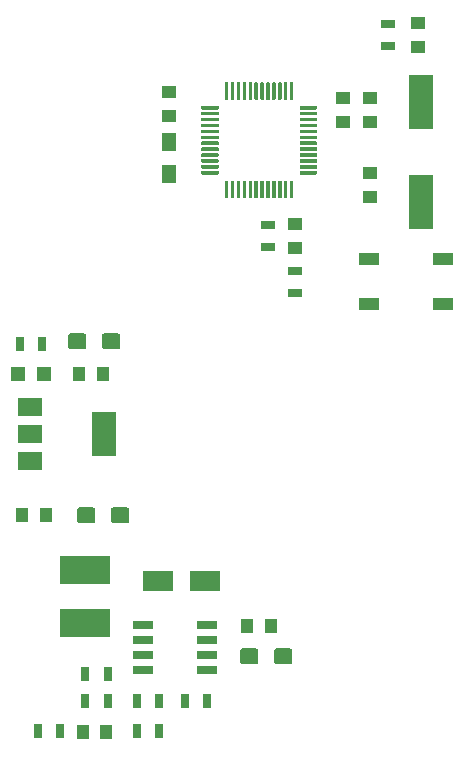
<source format=gbr>
%TF.GenerationSoftware,KiCad,Pcbnew,(5.1.2)-2*%
%TF.CreationDate,2020-09-07T08:08:20+07:00*%
%TF.ProjectId,ai-hw-elec,61692d68-772d-4656-9c65-632e6b696361,rev?*%
%TF.SameCoordinates,Original*%
%TF.FileFunction,Paste,Top*%
%TF.FilePolarity,Positive*%
%FSLAX46Y46*%
G04 Gerber Fmt 4.6, Leading zero omitted, Abs format (unit mm)*
G04 Created by KiCad (PCBNEW (5.1.2)-2) date 2020-09-07 08:08:20*
%MOMM*%
%LPD*%
G04 APERTURE LIST*
%ADD10R,1.000000X1.250000*%
%ADD11R,1.250000X1.000000*%
%ADD12C,0.100000*%
%ADD13C,1.350000*%
%ADD14R,2.500000X1.800000*%
%ADD15R,4.200000X2.400000*%
%ADD16R,1.300000X1.500000*%
%ADD17R,1.200000X1.200000*%
%ADD18R,0.700000X1.300000*%
%ADD19R,1.300000X0.700000*%
%ADD20R,1.700000X1.000000*%
%ADD21R,2.000000X3.800000*%
%ADD22R,2.000000X1.500000*%
%ADD23R,1.700000X0.700000*%
%ADD24C,0.300000*%
%ADD25R,2.000000X4.624000*%
G04 APERTURE END LIST*
D10*
%TO.C,C1*%
X115046000Y-98298000D03*
X113046000Y-98298000D03*
%TD*%
%TO.C,C2*%
X117872000Y-86360000D03*
X119872000Y-86360000D03*
%TD*%
%TO.C,C3*%
X132096000Y-107696000D03*
X134096000Y-107696000D03*
%TD*%
%TO.C,C4*%
X118142000Y-116611000D03*
X120142000Y-116611000D03*
%TD*%
D11*
%TO.C,C5*%
X142494000Y-71358000D03*
X142494000Y-69358000D03*
%TD*%
%TO.C,C6*%
X142494000Y-65008000D03*
X142494000Y-63008000D03*
%TD*%
%TO.C,C7*%
X146558000Y-58642000D03*
X146558000Y-56642000D03*
%TD*%
%TO.C,C8*%
X136144000Y-75676000D03*
X136144000Y-73676000D03*
%TD*%
%TO.C,C9*%
X140208000Y-64992000D03*
X140208000Y-62992000D03*
%TD*%
%TO.C,C10*%
X125476000Y-64500000D03*
X125476000Y-62500000D03*
%TD*%
D12*
%TO.C,CP1*%
G36*
X132815005Y-109562204D02*
G01*
X132839273Y-109565804D01*
X132863072Y-109571765D01*
X132886171Y-109580030D01*
X132908350Y-109590520D01*
X132929393Y-109603132D01*
X132949099Y-109617747D01*
X132967277Y-109634223D01*
X132983753Y-109652401D01*
X132998368Y-109672107D01*
X133010980Y-109693150D01*
X133021470Y-109715329D01*
X133029735Y-109738428D01*
X133035696Y-109762227D01*
X133039296Y-109786495D01*
X133040500Y-109810999D01*
X133040500Y-110661001D01*
X133039296Y-110685505D01*
X133035696Y-110709773D01*
X133029735Y-110733572D01*
X133021470Y-110756671D01*
X133010980Y-110778850D01*
X132998368Y-110799893D01*
X132983753Y-110819599D01*
X132967277Y-110837777D01*
X132949099Y-110854253D01*
X132929393Y-110868868D01*
X132908350Y-110881480D01*
X132886171Y-110891970D01*
X132863072Y-110900235D01*
X132839273Y-110906196D01*
X132815005Y-110909796D01*
X132790501Y-110911000D01*
X131715499Y-110911000D01*
X131690995Y-110909796D01*
X131666727Y-110906196D01*
X131642928Y-110900235D01*
X131619829Y-110891970D01*
X131597650Y-110881480D01*
X131576607Y-110868868D01*
X131556901Y-110854253D01*
X131538723Y-110837777D01*
X131522247Y-110819599D01*
X131507632Y-110799893D01*
X131495020Y-110778850D01*
X131484530Y-110756671D01*
X131476265Y-110733572D01*
X131470304Y-110709773D01*
X131466704Y-110685505D01*
X131465500Y-110661001D01*
X131465500Y-109810999D01*
X131466704Y-109786495D01*
X131470304Y-109762227D01*
X131476265Y-109738428D01*
X131484530Y-109715329D01*
X131495020Y-109693150D01*
X131507632Y-109672107D01*
X131522247Y-109652401D01*
X131538723Y-109634223D01*
X131556901Y-109617747D01*
X131576607Y-109603132D01*
X131597650Y-109590520D01*
X131619829Y-109580030D01*
X131642928Y-109571765D01*
X131666727Y-109565804D01*
X131690995Y-109562204D01*
X131715499Y-109561000D01*
X132790501Y-109561000D01*
X132815005Y-109562204D01*
X132815005Y-109562204D01*
G37*
D13*
X132253000Y-110236000D03*
D12*
G36*
X135690005Y-109562204D02*
G01*
X135714273Y-109565804D01*
X135738072Y-109571765D01*
X135761171Y-109580030D01*
X135783350Y-109590520D01*
X135804393Y-109603132D01*
X135824099Y-109617747D01*
X135842277Y-109634223D01*
X135858753Y-109652401D01*
X135873368Y-109672107D01*
X135885980Y-109693150D01*
X135896470Y-109715329D01*
X135904735Y-109738428D01*
X135910696Y-109762227D01*
X135914296Y-109786495D01*
X135915500Y-109810999D01*
X135915500Y-110661001D01*
X135914296Y-110685505D01*
X135910696Y-110709773D01*
X135904735Y-110733572D01*
X135896470Y-110756671D01*
X135885980Y-110778850D01*
X135873368Y-110799893D01*
X135858753Y-110819599D01*
X135842277Y-110837777D01*
X135824099Y-110854253D01*
X135804393Y-110868868D01*
X135783350Y-110881480D01*
X135761171Y-110891970D01*
X135738072Y-110900235D01*
X135714273Y-110906196D01*
X135690005Y-110909796D01*
X135665501Y-110911000D01*
X134590499Y-110911000D01*
X134565995Y-110909796D01*
X134541727Y-110906196D01*
X134517928Y-110900235D01*
X134494829Y-110891970D01*
X134472650Y-110881480D01*
X134451607Y-110868868D01*
X134431901Y-110854253D01*
X134413723Y-110837777D01*
X134397247Y-110819599D01*
X134382632Y-110799893D01*
X134370020Y-110778850D01*
X134359530Y-110756671D01*
X134351265Y-110733572D01*
X134345304Y-110709773D01*
X134341704Y-110685505D01*
X134340500Y-110661001D01*
X134340500Y-109810999D01*
X134341704Y-109786495D01*
X134345304Y-109762227D01*
X134351265Y-109738428D01*
X134359530Y-109715329D01*
X134370020Y-109693150D01*
X134382632Y-109672107D01*
X134397247Y-109652401D01*
X134413723Y-109634223D01*
X134431901Y-109617747D01*
X134451607Y-109603132D01*
X134472650Y-109590520D01*
X134494829Y-109580030D01*
X134517928Y-109571765D01*
X134541727Y-109565804D01*
X134565995Y-109562204D01*
X134590499Y-109561000D01*
X135665501Y-109561000D01*
X135690005Y-109562204D01*
X135690005Y-109562204D01*
G37*
D13*
X135128000Y-110236000D03*
%TD*%
D12*
%TO.C,CP2*%
G36*
X118250505Y-82892204D02*
G01*
X118274773Y-82895804D01*
X118298572Y-82901765D01*
X118321671Y-82910030D01*
X118343850Y-82920520D01*
X118364893Y-82933132D01*
X118384599Y-82947747D01*
X118402777Y-82964223D01*
X118419253Y-82982401D01*
X118433868Y-83002107D01*
X118446480Y-83023150D01*
X118456970Y-83045329D01*
X118465235Y-83068428D01*
X118471196Y-83092227D01*
X118474796Y-83116495D01*
X118476000Y-83140999D01*
X118476000Y-83991001D01*
X118474796Y-84015505D01*
X118471196Y-84039773D01*
X118465235Y-84063572D01*
X118456970Y-84086671D01*
X118446480Y-84108850D01*
X118433868Y-84129893D01*
X118419253Y-84149599D01*
X118402777Y-84167777D01*
X118384599Y-84184253D01*
X118364893Y-84198868D01*
X118343850Y-84211480D01*
X118321671Y-84221970D01*
X118298572Y-84230235D01*
X118274773Y-84236196D01*
X118250505Y-84239796D01*
X118226001Y-84241000D01*
X117150999Y-84241000D01*
X117126495Y-84239796D01*
X117102227Y-84236196D01*
X117078428Y-84230235D01*
X117055329Y-84221970D01*
X117033150Y-84211480D01*
X117012107Y-84198868D01*
X116992401Y-84184253D01*
X116974223Y-84167777D01*
X116957747Y-84149599D01*
X116943132Y-84129893D01*
X116930520Y-84108850D01*
X116920030Y-84086671D01*
X116911765Y-84063572D01*
X116905804Y-84039773D01*
X116902204Y-84015505D01*
X116901000Y-83991001D01*
X116901000Y-83140999D01*
X116902204Y-83116495D01*
X116905804Y-83092227D01*
X116911765Y-83068428D01*
X116920030Y-83045329D01*
X116930520Y-83023150D01*
X116943132Y-83002107D01*
X116957747Y-82982401D01*
X116974223Y-82964223D01*
X116992401Y-82947747D01*
X117012107Y-82933132D01*
X117033150Y-82920520D01*
X117055329Y-82910030D01*
X117078428Y-82901765D01*
X117102227Y-82895804D01*
X117126495Y-82892204D01*
X117150999Y-82891000D01*
X118226001Y-82891000D01*
X118250505Y-82892204D01*
X118250505Y-82892204D01*
G37*
D13*
X117688500Y-83566000D03*
D12*
G36*
X121125505Y-82892204D02*
G01*
X121149773Y-82895804D01*
X121173572Y-82901765D01*
X121196671Y-82910030D01*
X121218850Y-82920520D01*
X121239893Y-82933132D01*
X121259599Y-82947747D01*
X121277777Y-82964223D01*
X121294253Y-82982401D01*
X121308868Y-83002107D01*
X121321480Y-83023150D01*
X121331970Y-83045329D01*
X121340235Y-83068428D01*
X121346196Y-83092227D01*
X121349796Y-83116495D01*
X121351000Y-83140999D01*
X121351000Y-83991001D01*
X121349796Y-84015505D01*
X121346196Y-84039773D01*
X121340235Y-84063572D01*
X121331970Y-84086671D01*
X121321480Y-84108850D01*
X121308868Y-84129893D01*
X121294253Y-84149599D01*
X121277777Y-84167777D01*
X121259599Y-84184253D01*
X121239893Y-84198868D01*
X121218850Y-84211480D01*
X121196671Y-84221970D01*
X121173572Y-84230235D01*
X121149773Y-84236196D01*
X121125505Y-84239796D01*
X121101001Y-84241000D01*
X120025999Y-84241000D01*
X120001495Y-84239796D01*
X119977227Y-84236196D01*
X119953428Y-84230235D01*
X119930329Y-84221970D01*
X119908150Y-84211480D01*
X119887107Y-84198868D01*
X119867401Y-84184253D01*
X119849223Y-84167777D01*
X119832747Y-84149599D01*
X119818132Y-84129893D01*
X119805520Y-84108850D01*
X119795030Y-84086671D01*
X119786765Y-84063572D01*
X119780804Y-84039773D01*
X119777204Y-84015505D01*
X119776000Y-83991001D01*
X119776000Y-83140999D01*
X119777204Y-83116495D01*
X119780804Y-83092227D01*
X119786765Y-83068428D01*
X119795030Y-83045329D01*
X119805520Y-83023150D01*
X119818132Y-83002107D01*
X119832747Y-82982401D01*
X119849223Y-82964223D01*
X119867401Y-82947747D01*
X119887107Y-82933132D01*
X119908150Y-82920520D01*
X119930329Y-82910030D01*
X119953428Y-82901765D01*
X119977227Y-82895804D01*
X120001495Y-82892204D01*
X120025999Y-82891000D01*
X121101001Y-82891000D01*
X121125505Y-82892204D01*
X121125505Y-82892204D01*
G37*
D13*
X120563500Y-83566000D03*
%TD*%
D12*
%TO.C,CP3*%
G36*
X119012505Y-97624204D02*
G01*
X119036773Y-97627804D01*
X119060572Y-97633765D01*
X119083671Y-97642030D01*
X119105850Y-97652520D01*
X119126893Y-97665132D01*
X119146599Y-97679747D01*
X119164777Y-97696223D01*
X119181253Y-97714401D01*
X119195868Y-97734107D01*
X119208480Y-97755150D01*
X119218970Y-97777329D01*
X119227235Y-97800428D01*
X119233196Y-97824227D01*
X119236796Y-97848495D01*
X119238000Y-97872999D01*
X119238000Y-98723001D01*
X119236796Y-98747505D01*
X119233196Y-98771773D01*
X119227235Y-98795572D01*
X119218970Y-98818671D01*
X119208480Y-98840850D01*
X119195868Y-98861893D01*
X119181253Y-98881599D01*
X119164777Y-98899777D01*
X119146599Y-98916253D01*
X119126893Y-98930868D01*
X119105850Y-98943480D01*
X119083671Y-98953970D01*
X119060572Y-98962235D01*
X119036773Y-98968196D01*
X119012505Y-98971796D01*
X118988001Y-98973000D01*
X117912999Y-98973000D01*
X117888495Y-98971796D01*
X117864227Y-98968196D01*
X117840428Y-98962235D01*
X117817329Y-98953970D01*
X117795150Y-98943480D01*
X117774107Y-98930868D01*
X117754401Y-98916253D01*
X117736223Y-98899777D01*
X117719747Y-98881599D01*
X117705132Y-98861893D01*
X117692520Y-98840850D01*
X117682030Y-98818671D01*
X117673765Y-98795572D01*
X117667804Y-98771773D01*
X117664204Y-98747505D01*
X117663000Y-98723001D01*
X117663000Y-97872999D01*
X117664204Y-97848495D01*
X117667804Y-97824227D01*
X117673765Y-97800428D01*
X117682030Y-97777329D01*
X117692520Y-97755150D01*
X117705132Y-97734107D01*
X117719747Y-97714401D01*
X117736223Y-97696223D01*
X117754401Y-97679747D01*
X117774107Y-97665132D01*
X117795150Y-97652520D01*
X117817329Y-97642030D01*
X117840428Y-97633765D01*
X117864227Y-97627804D01*
X117888495Y-97624204D01*
X117912999Y-97623000D01*
X118988001Y-97623000D01*
X119012505Y-97624204D01*
X119012505Y-97624204D01*
G37*
D13*
X118450500Y-98298000D03*
D12*
G36*
X121887505Y-97624204D02*
G01*
X121911773Y-97627804D01*
X121935572Y-97633765D01*
X121958671Y-97642030D01*
X121980850Y-97652520D01*
X122001893Y-97665132D01*
X122021599Y-97679747D01*
X122039777Y-97696223D01*
X122056253Y-97714401D01*
X122070868Y-97734107D01*
X122083480Y-97755150D01*
X122093970Y-97777329D01*
X122102235Y-97800428D01*
X122108196Y-97824227D01*
X122111796Y-97848495D01*
X122113000Y-97872999D01*
X122113000Y-98723001D01*
X122111796Y-98747505D01*
X122108196Y-98771773D01*
X122102235Y-98795572D01*
X122093970Y-98818671D01*
X122083480Y-98840850D01*
X122070868Y-98861893D01*
X122056253Y-98881599D01*
X122039777Y-98899777D01*
X122021599Y-98916253D01*
X122001893Y-98930868D01*
X121980850Y-98943480D01*
X121958671Y-98953970D01*
X121935572Y-98962235D01*
X121911773Y-98968196D01*
X121887505Y-98971796D01*
X121863001Y-98973000D01*
X120787999Y-98973000D01*
X120763495Y-98971796D01*
X120739227Y-98968196D01*
X120715428Y-98962235D01*
X120692329Y-98953970D01*
X120670150Y-98943480D01*
X120649107Y-98930868D01*
X120629401Y-98916253D01*
X120611223Y-98899777D01*
X120594747Y-98881599D01*
X120580132Y-98861893D01*
X120567520Y-98840850D01*
X120557030Y-98818671D01*
X120548765Y-98795572D01*
X120542804Y-98771773D01*
X120539204Y-98747505D01*
X120538000Y-98723001D01*
X120538000Y-97872999D01*
X120539204Y-97848495D01*
X120542804Y-97824227D01*
X120548765Y-97800428D01*
X120557030Y-97777329D01*
X120567520Y-97755150D01*
X120580132Y-97734107D01*
X120594747Y-97714401D01*
X120611223Y-97696223D01*
X120629401Y-97679747D01*
X120649107Y-97665132D01*
X120670150Y-97652520D01*
X120692329Y-97642030D01*
X120715428Y-97633765D01*
X120739227Y-97627804D01*
X120763495Y-97624204D01*
X120787999Y-97623000D01*
X121863001Y-97623000D01*
X121887505Y-97624204D01*
X121887505Y-97624204D01*
G37*
D13*
X121325500Y-98298000D03*
%TD*%
D14*
%TO.C,D1*%
X124492000Y-103886000D03*
X128492000Y-103886000D03*
%TD*%
D15*
%TO.C,L1*%
X118364000Y-107442000D03*
X118364000Y-102942000D03*
%TD*%
D16*
%TO.C,L2*%
X125476000Y-66722000D03*
X125476000Y-69422000D03*
%TD*%
D17*
%TO.C,Led1*%
X114892000Y-86360000D03*
X112692000Y-86360000D03*
%TD*%
D18*
%TO.C,R1*%
X118392000Y-111760000D03*
X120292000Y-111760000D03*
%TD*%
%TO.C,R2*%
X118392000Y-114046000D03*
X120292000Y-114046000D03*
%TD*%
%TO.C,R3*%
X126812000Y-114046000D03*
X128712000Y-114046000D03*
%TD*%
%TO.C,R4*%
X114366000Y-116586000D03*
X116266000Y-116586000D03*
%TD*%
%TO.C,R5*%
X114742000Y-83820000D03*
X112842000Y-83820000D03*
%TD*%
%TO.C,R6*%
X122748000Y-116586000D03*
X124648000Y-116586000D03*
%TD*%
%TO.C,R7*%
X122748000Y-114046000D03*
X124648000Y-114046000D03*
%TD*%
D19*
%TO.C,R8*%
X144018000Y-58608000D03*
X144018000Y-56708000D03*
%TD*%
%TO.C,R9*%
X133858000Y-75626000D03*
X133858000Y-73726000D03*
%TD*%
D20*
%TO.C,SW1*%
X148692000Y-80386000D03*
X142392000Y-80386000D03*
X148692000Y-76586000D03*
X142392000Y-76586000D03*
%TD*%
D21*
%TO.C,U1*%
X119990000Y-91440000D03*
D22*
X113690000Y-91440000D03*
X113690000Y-93740000D03*
X113690000Y-89140000D03*
%TD*%
D23*
%TO.C,U2*%
X123284000Y-107569000D03*
X123284000Y-108839000D03*
X123284000Y-110109000D03*
X123284000Y-111379000D03*
X128684000Y-111379000D03*
X128684000Y-110109000D03*
X128684000Y-108839000D03*
X128684000Y-107569000D03*
%TD*%
D12*
%TO.C,U3*%
G36*
X137928351Y-69148361D02*
G01*
X137935632Y-69149441D01*
X137942771Y-69151229D01*
X137949701Y-69153709D01*
X137956355Y-69156856D01*
X137962668Y-69160640D01*
X137968579Y-69165024D01*
X137974033Y-69169967D01*
X137978976Y-69175421D01*
X137983360Y-69181332D01*
X137987144Y-69187645D01*
X137990291Y-69194299D01*
X137992771Y-69201229D01*
X137994559Y-69208368D01*
X137995639Y-69215649D01*
X137996000Y-69223000D01*
X137996000Y-69373000D01*
X137995639Y-69380351D01*
X137994559Y-69387632D01*
X137992771Y-69394771D01*
X137990291Y-69401701D01*
X137987144Y-69408355D01*
X137983360Y-69414668D01*
X137978976Y-69420579D01*
X137974033Y-69426033D01*
X137968579Y-69430976D01*
X137962668Y-69435360D01*
X137956355Y-69439144D01*
X137949701Y-69442291D01*
X137942771Y-69444771D01*
X137935632Y-69446559D01*
X137928351Y-69447639D01*
X137921000Y-69448000D01*
X136596000Y-69448000D01*
X136588649Y-69447639D01*
X136581368Y-69446559D01*
X136574229Y-69444771D01*
X136567299Y-69442291D01*
X136560645Y-69439144D01*
X136554332Y-69435360D01*
X136548421Y-69430976D01*
X136542967Y-69426033D01*
X136538024Y-69420579D01*
X136533640Y-69414668D01*
X136529856Y-69408355D01*
X136526709Y-69401701D01*
X136524229Y-69394771D01*
X136522441Y-69387632D01*
X136521361Y-69380351D01*
X136521000Y-69373000D01*
X136521000Y-69223000D01*
X136521361Y-69215649D01*
X136522441Y-69208368D01*
X136524229Y-69201229D01*
X136526709Y-69194299D01*
X136529856Y-69187645D01*
X136533640Y-69181332D01*
X136538024Y-69175421D01*
X136542967Y-69169967D01*
X136548421Y-69165024D01*
X136554332Y-69160640D01*
X136560645Y-69156856D01*
X136567299Y-69153709D01*
X136574229Y-69151229D01*
X136581368Y-69149441D01*
X136588649Y-69148361D01*
X136596000Y-69148000D01*
X137921000Y-69148000D01*
X137928351Y-69148361D01*
X137928351Y-69148361D01*
G37*
D24*
X137258500Y-69298000D03*
D12*
G36*
X137928351Y-68648361D02*
G01*
X137935632Y-68649441D01*
X137942771Y-68651229D01*
X137949701Y-68653709D01*
X137956355Y-68656856D01*
X137962668Y-68660640D01*
X137968579Y-68665024D01*
X137974033Y-68669967D01*
X137978976Y-68675421D01*
X137983360Y-68681332D01*
X137987144Y-68687645D01*
X137990291Y-68694299D01*
X137992771Y-68701229D01*
X137994559Y-68708368D01*
X137995639Y-68715649D01*
X137996000Y-68723000D01*
X137996000Y-68873000D01*
X137995639Y-68880351D01*
X137994559Y-68887632D01*
X137992771Y-68894771D01*
X137990291Y-68901701D01*
X137987144Y-68908355D01*
X137983360Y-68914668D01*
X137978976Y-68920579D01*
X137974033Y-68926033D01*
X137968579Y-68930976D01*
X137962668Y-68935360D01*
X137956355Y-68939144D01*
X137949701Y-68942291D01*
X137942771Y-68944771D01*
X137935632Y-68946559D01*
X137928351Y-68947639D01*
X137921000Y-68948000D01*
X136596000Y-68948000D01*
X136588649Y-68947639D01*
X136581368Y-68946559D01*
X136574229Y-68944771D01*
X136567299Y-68942291D01*
X136560645Y-68939144D01*
X136554332Y-68935360D01*
X136548421Y-68930976D01*
X136542967Y-68926033D01*
X136538024Y-68920579D01*
X136533640Y-68914668D01*
X136529856Y-68908355D01*
X136526709Y-68901701D01*
X136524229Y-68894771D01*
X136522441Y-68887632D01*
X136521361Y-68880351D01*
X136521000Y-68873000D01*
X136521000Y-68723000D01*
X136521361Y-68715649D01*
X136522441Y-68708368D01*
X136524229Y-68701229D01*
X136526709Y-68694299D01*
X136529856Y-68687645D01*
X136533640Y-68681332D01*
X136538024Y-68675421D01*
X136542967Y-68669967D01*
X136548421Y-68665024D01*
X136554332Y-68660640D01*
X136560645Y-68656856D01*
X136567299Y-68653709D01*
X136574229Y-68651229D01*
X136581368Y-68649441D01*
X136588649Y-68648361D01*
X136596000Y-68648000D01*
X137921000Y-68648000D01*
X137928351Y-68648361D01*
X137928351Y-68648361D01*
G37*
D24*
X137258500Y-68798000D03*
D12*
G36*
X137928351Y-68148361D02*
G01*
X137935632Y-68149441D01*
X137942771Y-68151229D01*
X137949701Y-68153709D01*
X137956355Y-68156856D01*
X137962668Y-68160640D01*
X137968579Y-68165024D01*
X137974033Y-68169967D01*
X137978976Y-68175421D01*
X137983360Y-68181332D01*
X137987144Y-68187645D01*
X137990291Y-68194299D01*
X137992771Y-68201229D01*
X137994559Y-68208368D01*
X137995639Y-68215649D01*
X137996000Y-68223000D01*
X137996000Y-68373000D01*
X137995639Y-68380351D01*
X137994559Y-68387632D01*
X137992771Y-68394771D01*
X137990291Y-68401701D01*
X137987144Y-68408355D01*
X137983360Y-68414668D01*
X137978976Y-68420579D01*
X137974033Y-68426033D01*
X137968579Y-68430976D01*
X137962668Y-68435360D01*
X137956355Y-68439144D01*
X137949701Y-68442291D01*
X137942771Y-68444771D01*
X137935632Y-68446559D01*
X137928351Y-68447639D01*
X137921000Y-68448000D01*
X136596000Y-68448000D01*
X136588649Y-68447639D01*
X136581368Y-68446559D01*
X136574229Y-68444771D01*
X136567299Y-68442291D01*
X136560645Y-68439144D01*
X136554332Y-68435360D01*
X136548421Y-68430976D01*
X136542967Y-68426033D01*
X136538024Y-68420579D01*
X136533640Y-68414668D01*
X136529856Y-68408355D01*
X136526709Y-68401701D01*
X136524229Y-68394771D01*
X136522441Y-68387632D01*
X136521361Y-68380351D01*
X136521000Y-68373000D01*
X136521000Y-68223000D01*
X136521361Y-68215649D01*
X136522441Y-68208368D01*
X136524229Y-68201229D01*
X136526709Y-68194299D01*
X136529856Y-68187645D01*
X136533640Y-68181332D01*
X136538024Y-68175421D01*
X136542967Y-68169967D01*
X136548421Y-68165024D01*
X136554332Y-68160640D01*
X136560645Y-68156856D01*
X136567299Y-68153709D01*
X136574229Y-68151229D01*
X136581368Y-68149441D01*
X136588649Y-68148361D01*
X136596000Y-68148000D01*
X137921000Y-68148000D01*
X137928351Y-68148361D01*
X137928351Y-68148361D01*
G37*
D24*
X137258500Y-68298000D03*
D12*
G36*
X137928351Y-67648361D02*
G01*
X137935632Y-67649441D01*
X137942771Y-67651229D01*
X137949701Y-67653709D01*
X137956355Y-67656856D01*
X137962668Y-67660640D01*
X137968579Y-67665024D01*
X137974033Y-67669967D01*
X137978976Y-67675421D01*
X137983360Y-67681332D01*
X137987144Y-67687645D01*
X137990291Y-67694299D01*
X137992771Y-67701229D01*
X137994559Y-67708368D01*
X137995639Y-67715649D01*
X137996000Y-67723000D01*
X137996000Y-67873000D01*
X137995639Y-67880351D01*
X137994559Y-67887632D01*
X137992771Y-67894771D01*
X137990291Y-67901701D01*
X137987144Y-67908355D01*
X137983360Y-67914668D01*
X137978976Y-67920579D01*
X137974033Y-67926033D01*
X137968579Y-67930976D01*
X137962668Y-67935360D01*
X137956355Y-67939144D01*
X137949701Y-67942291D01*
X137942771Y-67944771D01*
X137935632Y-67946559D01*
X137928351Y-67947639D01*
X137921000Y-67948000D01*
X136596000Y-67948000D01*
X136588649Y-67947639D01*
X136581368Y-67946559D01*
X136574229Y-67944771D01*
X136567299Y-67942291D01*
X136560645Y-67939144D01*
X136554332Y-67935360D01*
X136548421Y-67930976D01*
X136542967Y-67926033D01*
X136538024Y-67920579D01*
X136533640Y-67914668D01*
X136529856Y-67908355D01*
X136526709Y-67901701D01*
X136524229Y-67894771D01*
X136522441Y-67887632D01*
X136521361Y-67880351D01*
X136521000Y-67873000D01*
X136521000Y-67723000D01*
X136521361Y-67715649D01*
X136522441Y-67708368D01*
X136524229Y-67701229D01*
X136526709Y-67694299D01*
X136529856Y-67687645D01*
X136533640Y-67681332D01*
X136538024Y-67675421D01*
X136542967Y-67669967D01*
X136548421Y-67665024D01*
X136554332Y-67660640D01*
X136560645Y-67656856D01*
X136567299Y-67653709D01*
X136574229Y-67651229D01*
X136581368Y-67649441D01*
X136588649Y-67648361D01*
X136596000Y-67648000D01*
X137921000Y-67648000D01*
X137928351Y-67648361D01*
X137928351Y-67648361D01*
G37*
D24*
X137258500Y-67798000D03*
D12*
G36*
X137928351Y-67148361D02*
G01*
X137935632Y-67149441D01*
X137942771Y-67151229D01*
X137949701Y-67153709D01*
X137956355Y-67156856D01*
X137962668Y-67160640D01*
X137968579Y-67165024D01*
X137974033Y-67169967D01*
X137978976Y-67175421D01*
X137983360Y-67181332D01*
X137987144Y-67187645D01*
X137990291Y-67194299D01*
X137992771Y-67201229D01*
X137994559Y-67208368D01*
X137995639Y-67215649D01*
X137996000Y-67223000D01*
X137996000Y-67373000D01*
X137995639Y-67380351D01*
X137994559Y-67387632D01*
X137992771Y-67394771D01*
X137990291Y-67401701D01*
X137987144Y-67408355D01*
X137983360Y-67414668D01*
X137978976Y-67420579D01*
X137974033Y-67426033D01*
X137968579Y-67430976D01*
X137962668Y-67435360D01*
X137956355Y-67439144D01*
X137949701Y-67442291D01*
X137942771Y-67444771D01*
X137935632Y-67446559D01*
X137928351Y-67447639D01*
X137921000Y-67448000D01*
X136596000Y-67448000D01*
X136588649Y-67447639D01*
X136581368Y-67446559D01*
X136574229Y-67444771D01*
X136567299Y-67442291D01*
X136560645Y-67439144D01*
X136554332Y-67435360D01*
X136548421Y-67430976D01*
X136542967Y-67426033D01*
X136538024Y-67420579D01*
X136533640Y-67414668D01*
X136529856Y-67408355D01*
X136526709Y-67401701D01*
X136524229Y-67394771D01*
X136522441Y-67387632D01*
X136521361Y-67380351D01*
X136521000Y-67373000D01*
X136521000Y-67223000D01*
X136521361Y-67215649D01*
X136522441Y-67208368D01*
X136524229Y-67201229D01*
X136526709Y-67194299D01*
X136529856Y-67187645D01*
X136533640Y-67181332D01*
X136538024Y-67175421D01*
X136542967Y-67169967D01*
X136548421Y-67165024D01*
X136554332Y-67160640D01*
X136560645Y-67156856D01*
X136567299Y-67153709D01*
X136574229Y-67151229D01*
X136581368Y-67149441D01*
X136588649Y-67148361D01*
X136596000Y-67148000D01*
X137921000Y-67148000D01*
X137928351Y-67148361D01*
X137928351Y-67148361D01*
G37*
D24*
X137258500Y-67298000D03*
D12*
G36*
X137928351Y-66648361D02*
G01*
X137935632Y-66649441D01*
X137942771Y-66651229D01*
X137949701Y-66653709D01*
X137956355Y-66656856D01*
X137962668Y-66660640D01*
X137968579Y-66665024D01*
X137974033Y-66669967D01*
X137978976Y-66675421D01*
X137983360Y-66681332D01*
X137987144Y-66687645D01*
X137990291Y-66694299D01*
X137992771Y-66701229D01*
X137994559Y-66708368D01*
X137995639Y-66715649D01*
X137996000Y-66723000D01*
X137996000Y-66873000D01*
X137995639Y-66880351D01*
X137994559Y-66887632D01*
X137992771Y-66894771D01*
X137990291Y-66901701D01*
X137987144Y-66908355D01*
X137983360Y-66914668D01*
X137978976Y-66920579D01*
X137974033Y-66926033D01*
X137968579Y-66930976D01*
X137962668Y-66935360D01*
X137956355Y-66939144D01*
X137949701Y-66942291D01*
X137942771Y-66944771D01*
X137935632Y-66946559D01*
X137928351Y-66947639D01*
X137921000Y-66948000D01*
X136596000Y-66948000D01*
X136588649Y-66947639D01*
X136581368Y-66946559D01*
X136574229Y-66944771D01*
X136567299Y-66942291D01*
X136560645Y-66939144D01*
X136554332Y-66935360D01*
X136548421Y-66930976D01*
X136542967Y-66926033D01*
X136538024Y-66920579D01*
X136533640Y-66914668D01*
X136529856Y-66908355D01*
X136526709Y-66901701D01*
X136524229Y-66894771D01*
X136522441Y-66887632D01*
X136521361Y-66880351D01*
X136521000Y-66873000D01*
X136521000Y-66723000D01*
X136521361Y-66715649D01*
X136522441Y-66708368D01*
X136524229Y-66701229D01*
X136526709Y-66694299D01*
X136529856Y-66687645D01*
X136533640Y-66681332D01*
X136538024Y-66675421D01*
X136542967Y-66669967D01*
X136548421Y-66665024D01*
X136554332Y-66660640D01*
X136560645Y-66656856D01*
X136567299Y-66653709D01*
X136574229Y-66651229D01*
X136581368Y-66649441D01*
X136588649Y-66648361D01*
X136596000Y-66648000D01*
X137921000Y-66648000D01*
X137928351Y-66648361D01*
X137928351Y-66648361D01*
G37*
D24*
X137258500Y-66798000D03*
D12*
G36*
X137928351Y-66148361D02*
G01*
X137935632Y-66149441D01*
X137942771Y-66151229D01*
X137949701Y-66153709D01*
X137956355Y-66156856D01*
X137962668Y-66160640D01*
X137968579Y-66165024D01*
X137974033Y-66169967D01*
X137978976Y-66175421D01*
X137983360Y-66181332D01*
X137987144Y-66187645D01*
X137990291Y-66194299D01*
X137992771Y-66201229D01*
X137994559Y-66208368D01*
X137995639Y-66215649D01*
X137996000Y-66223000D01*
X137996000Y-66373000D01*
X137995639Y-66380351D01*
X137994559Y-66387632D01*
X137992771Y-66394771D01*
X137990291Y-66401701D01*
X137987144Y-66408355D01*
X137983360Y-66414668D01*
X137978976Y-66420579D01*
X137974033Y-66426033D01*
X137968579Y-66430976D01*
X137962668Y-66435360D01*
X137956355Y-66439144D01*
X137949701Y-66442291D01*
X137942771Y-66444771D01*
X137935632Y-66446559D01*
X137928351Y-66447639D01*
X137921000Y-66448000D01*
X136596000Y-66448000D01*
X136588649Y-66447639D01*
X136581368Y-66446559D01*
X136574229Y-66444771D01*
X136567299Y-66442291D01*
X136560645Y-66439144D01*
X136554332Y-66435360D01*
X136548421Y-66430976D01*
X136542967Y-66426033D01*
X136538024Y-66420579D01*
X136533640Y-66414668D01*
X136529856Y-66408355D01*
X136526709Y-66401701D01*
X136524229Y-66394771D01*
X136522441Y-66387632D01*
X136521361Y-66380351D01*
X136521000Y-66373000D01*
X136521000Y-66223000D01*
X136521361Y-66215649D01*
X136522441Y-66208368D01*
X136524229Y-66201229D01*
X136526709Y-66194299D01*
X136529856Y-66187645D01*
X136533640Y-66181332D01*
X136538024Y-66175421D01*
X136542967Y-66169967D01*
X136548421Y-66165024D01*
X136554332Y-66160640D01*
X136560645Y-66156856D01*
X136567299Y-66153709D01*
X136574229Y-66151229D01*
X136581368Y-66149441D01*
X136588649Y-66148361D01*
X136596000Y-66148000D01*
X137921000Y-66148000D01*
X137928351Y-66148361D01*
X137928351Y-66148361D01*
G37*
D24*
X137258500Y-66298000D03*
D12*
G36*
X137928351Y-65648361D02*
G01*
X137935632Y-65649441D01*
X137942771Y-65651229D01*
X137949701Y-65653709D01*
X137956355Y-65656856D01*
X137962668Y-65660640D01*
X137968579Y-65665024D01*
X137974033Y-65669967D01*
X137978976Y-65675421D01*
X137983360Y-65681332D01*
X137987144Y-65687645D01*
X137990291Y-65694299D01*
X137992771Y-65701229D01*
X137994559Y-65708368D01*
X137995639Y-65715649D01*
X137996000Y-65723000D01*
X137996000Y-65873000D01*
X137995639Y-65880351D01*
X137994559Y-65887632D01*
X137992771Y-65894771D01*
X137990291Y-65901701D01*
X137987144Y-65908355D01*
X137983360Y-65914668D01*
X137978976Y-65920579D01*
X137974033Y-65926033D01*
X137968579Y-65930976D01*
X137962668Y-65935360D01*
X137956355Y-65939144D01*
X137949701Y-65942291D01*
X137942771Y-65944771D01*
X137935632Y-65946559D01*
X137928351Y-65947639D01*
X137921000Y-65948000D01*
X136596000Y-65948000D01*
X136588649Y-65947639D01*
X136581368Y-65946559D01*
X136574229Y-65944771D01*
X136567299Y-65942291D01*
X136560645Y-65939144D01*
X136554332Y-65935360D01*
X136548421Y-65930976D01*
X136542967Y-65926033D01*
X136538024Y-65920579D01*
X136533640Y-65914668D01*
X136529856Y-65908355D01*
X136526709Y-65901701D01*
X136524229Y-65894771D01*
X136522441Y-65887632D01*
X136521361Y-65880351D01*
X136521000Y-65873000D01*
X136521000Y-65723000D01*
X136521361Y-65715649D01*
X136522441Y-65708368D01*
X136524229Y-65701229D01*
X136526709Y-65694299D01*
X136529856Y-65687645D01*
X136533640Y-65681332D01*
X136538024Y-65675421D01*
X136542967Y-65669967D01*
X136548421Y-65665024D01*
X136554332Y-65660640D01*
X136560645Y-65656856D01*
X136567299Y-65653709D01*
X136574229Y-65651229D01*
X136581368Y-65649441D01*
X136588649Y-65648361D01*
X136596000Y-65648000D01*
X137921000Y-65648000D01*
X137928351Y-65648361D01*
X137928351Y-65648361D01*
G37*
D24*
X137258500Y-65798000D03*
D12*
G36*
X137928351Y-65148361D02*
G01*
X137935632Y-65149441D01*
X137942771Y-65151229D01*
X137949701Y-65153709D01*
X137956355Y-65156856D01*
X137962668Y-65160640D01*
X137968579Y-65165024D01*
X137974033Y-65169967D01*
X137978976Y-65175421D01*
X137983360Y-65181332D01*
X137987144Y-65187645D01*
X137990291Y-65194299D01*
X137992771Y-65201229D01*
X137994559Y-65208368D01*
X137995639Y-65215649D01*
X137996000Y-65223000D01*
X137996000Y-65373000D01*
X137995639Y-65380351D01*
X137994559Y-65387632D01*
X137992771Y-65394771D01*
X137990291Y-65401701D01*
X137987144Y-65408355D01*
X137983360Y-65414668D01*
X137978976Y-65420579D01*
X137974033Y-65426033D01*
X137968579Y-65430976D01*
X137962668Y-65435360D01*
X137956355Y-65439144D01*
X137949701Y-65442291D01*
X137942771Y-65444771D01*
X137935632Y-65446559D01*
X137928351Y-65447639D01*
X137921000Y-65448000D01*
X136596000Y-65448000D01*
X136588649Y-65447639D01*
X136581368Y-65446559D01*
X136574229Y-65444771D01*
X136567299Y-65442291D01*
X136560645Y-65439144D01*
X136554332Y-65435360D01*
X136548421Y-65430976D01*
X136542967Y-65426033D01*
X136538024Y-65420579D01*
X136533640Y-65414668D01*
X136529856Y-65408355D01*
X136526709Y-65401701D01*
X136524229Y-65394771D01*
X136522441Y-65387632D01*
X136521361Y-65380351D01*
X136521000Y-65373000D01*
X136521000Y-65223000D01*
X136521361Y-65215649D01*
X136522441Y-65208368D01*
X136524229Y-65201229D01*
X136526709Y-65194299D01*
X136529856Y-65187645D01*
X136533640Y-65181332D01*
X136538024Y-65175421D01*
X136542967Y-65169967D01*
X136548421Y-65165024D01*
X136554332Y-65160640D01*
X136560645Y-65156856D01*
X136567299Y-65153709D01*
X136574229Y-65151229D01*
X136581368Y-65149441D01*
X136588649Y-65148361D01*
X136596000Y-65148000D01*
X137921000Y-65148000D01*
X137928351Y-65148361D01*
X137928351Y-65148361D01*
G37*
D24*
X137258500Y-65298000D03*
D12*
G36*
X137928351Y-64648361D02*
G01*
X137935632Y-64649441D01*
X137942771Y-64651229D01*
X137949701Y-64653709D01*
X137956355Y-64656856D01*
X137962668Y-64660640D01*
X137968579Y-64665024D01*
X137974033Y-64669967D01*
X137978976Y-64675421D01*
X137983360Y-64681332D01*
X137987144Y-64687645D01*
X137990291Y-64694299D01*
X137992771Y-64701229D01*
X137994559Y-64708368D01*
X137995639Y-64715649D01*
X137996000Y-64723000D01*
X137996000Y-64873000D01*
X137995639Y-64880351D01*
X137994559Y-64887632D01*
X137992771Y-64894771D01*
X137990291Y-64901701D01*
X137987144Y-64908355D01*
X137983360Y-64914668D01*
X137978976Y-64920579D01*
X137974033Y-64926033D01*
X137968579Y-64930976D01*
X137962668Y-64935360D01*
X137956355Y-64939144D01*
X137949701Y-64942291D01*
X137942771Y-64944771D01*
X137935632Y-64946559D01*
X137928351Y-64947639D01*
X137921000Y-64948000D01*
X136596000Y-64948000D01*
X136588649Y-64947639D01*
X136581368Y-64946559D01*
X136574229Y-64944771D01*
X136567299Y-64942291D01*
X136560645Y-64939144D01*
X136554332Y-64935360D01*
X136548421Y-64930976D01*
X136542967Y-64926033D01*
X136538024Y-64920579D01*
X136533640Y-64914668D01*
X136529856Y-64908355D01*
X136526709Y-64901701D01*
X136524229Y-64894771D01*
X136522441Y-64887632D01*
X136521361Y-64880351D01*
X136521000Y-64873000D01*
X136521000Y-64723000D01*
X136521361Y-64715649D01*
X136522441Y-64708368D01*
X136524229Y-64701229D01*
X136526709Y-64694299D01*
X136529856Y-64687645D01*
X136533640Y-64681332D01*
X136538024Y-64675421D01*
X136542967Y-64669967D01*
X136548421Y-64665024D01*
X136554332Y-64660640D01*
X136560645Y-64656856D01*
X136567299Y-64653709D01*
X136574229Y-64651229D01*
X136581368Y-64649441D01*
X136588649Y-64648361D01*
X136596000Y-64648000D01*
X137921000Y-64648000D01*
X137928351Y-64648361D01*
X137928351Y-64648361D01*
G37*
D24*
X137258500Y-64798000D03*
D12*
G36*
X137928351Y-64148361D02*
G01*
X137935632Y-64149441D01*
X137942771Y-64151229D01*
X137949701Y-64153709D01*
X137956355Y-64156856D01*
X137962668Y-64160640D01*
X137968579Y-64165024D01*
X137974033Y-64169967D01*
X137978976Y-64175421D01*
X137983360Y-64181332D01*
X137987144Y-64187645D01*
X137990291Y-64194299D01*
X137992771Y-64201229D01*
X137994559Y-64208368D01*
X137995639Y-64215649D01*
X137996000Y-64223000D01*
X137996000Y-64373000D01*
X137995639Y-64380351D01*
X137994559Y-64387632D01*
X137992771Y-64394771D01*
X137990291Y-64401701D01*
X137987144Y-64408355D01*
X137983360Y-64414668D01*
X137978976Y-64420579D01*
X137974033Y-64426033D01*
X137968579Y-64430976D01*
X137962668Y-64435360D01*
X137956355Y-64439144D01*
X137949701Y-64442291D01*
X137942771Y-64444771D01*
X137935632Y-64446559D01*
X137928351Y-64447639D01*
X137921000Y-64448000D01*
X136596000Y-64448000D01*
X136588649Y-64447639D01*
X136581368Y-64446559D01*
X136574229Y-64444771D01*
X136567299Y-64442291D01*
X136560645Y-64439144D01*
X136554332Y-64435360D01*
X136548421Y-64430976D01*
X136542967Y-64426033D01*
X136538024Y-64420579D01*
X136533640Y-64414668D01*
X136529856Y-64408355D01*
X136526709Y-64401701D01*
X136524229Y-64394771D01*
X136522441Y-64387632D01*
X136521361Y-64380351D01*
X136521000Y-64373000D01*
X136521000Y-64223000D01*
X136521361Y-64215649D01*
X136522441Y-64208368D01*
X136524229Y-64201229D01*
X136526709Y-64194299D01*
X136529856Y-64187645D01*
X136533640Y-64181332D01*
X136538024Y-64175421D01*
X136542967Y-64169967D01*
X136548421Y-64165024D01*
X136554332Y-64160640D01*
X136560645Y-64156856D01*
X136567299Y-64153709D01*
X136574229Y-64151229D01*
X136581368Y-64149441D01*
X136588649Y-64148361D01*
X136596000Y-64148000D01*
X137921000Y-64148000D01*
X137928351Y-64148361D01*
X137928351Y-64148361D01*
G37*
D24*
X137258500Y-64298000D03*
D12*
G36*
X137928351Y-63648361D02*
G01*
X137935632Y-63649441D01*
X137942771Y-63651229D01*
X137949701Y-63653709D01*
X137956355Y-63656856D01*
X137962668Y-63660640D01*
X137968579Y-63665024D01*
X137974033Y-63669967D01*
X137978976Y-63675421D01*
X137983360Y-63681332D01*
X137987144Y-63687645D01*
X137990291Y-63694299D01*
X137992771Y-63701229D01*
X137994559Y-63708368D01*
X137995639Y-63715649D01*
X137996000Y-63723000D01*
X137996000Y-63873000D01*
X137995639Y-63880351D01*
X137994559Y-63887632D01*
X137992771Y-63894771D01*
X137990291Y-63901701D01*
X137987144Y-63908355D01*
X137983360Y-63914668D01*
X137978976Y-63920579D01*
X137974033Y-63926033D01*
X137968579Y-63930976D01*
X137962668Y-63935360D01*
X137956355Y-63939144D01*
X137949701Y-63942291D01*
X137942771Y-63944771D01*
X137935632Y-63946559D01*
X137928351Y-63947639D01*
X137921000Y-63948000D01*
X136596000Y-63948000D01*
X136588649Y-63947639D01*
X136581368Y-63946559D01*
X136574229Y-63944771D01*
X136567299Y-63942291D01*
X136560645Y-63939144D01*
X136554332Y-63935360D01*
X136548421Y-63930976D01*
X136542967Y-63926033D01*
X136538024Y-63920579D01*
X136533640Y-63914668D01*
X136529856Y-63908355D01*
X136526709Y-63901701D01*
X136524229Y-63894771D01*
X136522441Y-63887632D01*
X136521361Y-63880351D01*
X136521000Y-63873000D01*
X136521000Y-63723000D01*
X136521361Y-63715649D01*
X136522441Y-63708368D01*
X136524229Y-63701229D01*
X136526709Y-63694299D01*
X136529856Y-63687645D01*
X136533640Y-63681332D01*
X136538024Y-63675421D01*
X136542967Y-63669967D01*
X136548421Y-63665024D01*
X136554332Y-63660640D01*
X136560645Y-63656856D01*
X136567299Y-63653709D01*
X136574229Y-63651229D01*
X136581368Y-63649441D01*
X136588649Y-63648361D01*
X136596000Y-63648000D01*
X137921000Y-63648000D01*
X137928351Y-63648361D01*
X137928351Y-63648361D01*
G37*
D24*
X137258500Y-63798000D03*
D12*
G36*
X135928351Y-61648361D02*
G01*
X135935632Y-61649441D01*
X135942771Y-61651229D01*
X135949701Y-61653709D01*
X135956355Y-61656856D01*
X135962668Y-61660640D01*
X135968579Y-61665024D01*
X135974033Y-61669967D01*
X135978976Y-61675421D01*
X135983360Y-61681332D01*
X135987144Y-61687645D01*
X135990291Y-61694299D01*
X135992771Y-61701229D01*
X135994559Y-61708368D01*
X135995639Y-61715649D01*
X135996000Y-61723000D01*
X135996000Y-63048000D01*
X135995639Y-63055351D01*
X135994559Y-63062632D01*
X135992771Y-63069771D01*
X135990291Y-63076701D01*
X135987144Y-63083355D01*
X135983360Y-63089668D01*
X135978976Y-63095579D01*
X135974033Y-63101033D01*
X135968579Y-63105976D01*
X135962668Y-63110360D01*
X135956355Y-63114144D01*
X135949701Y-63117291D01*
X135942771Y-63119771D01*
X135935632Y-63121559D01*
X135928351Y-63122639D01*
X135921000Y-63123000D01*
X135771000Y-63123000D01*
X135763649Y-63122639D01*
X135756368Y-63121559D01*
X135749229Y-63119771D01*
X135742299Y-63117291D01*
X135735645Y-63114144D01*
X135729332Y-63110360D01*
X135723421Y-63105976D01*
X135717967Y-63101033D01*
X135713024Y-63095579D01*
X135708640Y-63089668D01*
X135704856Y-63083355D01*
X135701709Y-63076701D01*
X135699229Y-63069771D01*
X135697441Y-63062632D01*
X135696361Y-63055351D01*
X135696000Y-63048000D01*
X135696000Y-61723000D01*
X135696361Y-61715649D01*
X135697441Y-61708368D01*
X135699229Y-61701229D01*
X135701709Y-61694299D01*
X135704856Y-61687645D01*
X135708640Y-61681332D01*
X135713024Y-61675421D01*
X135717967Y-61669967D01*
X135723421Y-61665024D01*
X135729332Y-61660640D01*
X135735645Y-61656856D01*
X135742299Y-61653709D01*
X135749229Y-61651229D01*
X135756368Y-61649441D01*
X135763649Y-61648361D01*
X135771000Y-61648000D01*
X135921000Y-61648000D01*
X135928351Y-61648361D01*
X135928351Y-61648361D01*
G37*
D24*
X135846000Y-62385500D03*
D12*
G36*
X135428351Y-61648361D02*
G01*
X135435632Y-61649441D01*
X135442771Y-61651229D01*
X135449701Y-61653709D01*
X135456355Y-61656856D01*
X135462668Y-61660640D01*
X135468579Y-61665024D01*
X135474033Y-61669967D01*
X135478976Y-61675421D01*
X135483360Y-61681332D01*
X135487144Y-61687645D01*
X135490291Y-61694299D01*
X135492771Y-61701229D01*
X135494559Y-61708368D01*
X135495639Y-61715649D01*
X135496000Y-61723000D01*
X135496000Y-63048000D01*
X135495639Y-63055351D01*
X135494559Y-63062632D01*
X135492771Y-63069771D01*
X135490291Y-63076701D01*
X135487144Y-63083355D01*
X135483360Y-63089668D01*
X135478976Y-63095579D01*
X135474033Y-63101033D01*
X135468579Y-63105976D01*
X135462668Y-63110360D01*
X135456355Y-63114144D01*
X135449701Y-63117291D01*
X135442771Y-63119771D01*
X135435632Y-63121559D01*
X135428351Y-63122639D01*
X135421000Y-63123000D01*
X135271000Y-63123000D01*
X135263649Y-63122639D01*
X135256368Y-63121559D01*
X135249229Y-63119771D01*
X135242299Y-63117291D01*
X135235645Y-63114144D01*
X135229332Y-63110360D01*
X135223421Y-63105976D01*
X135217967Y-63101033D01*
X135213024Y-63095579D01*
X135208640Y-63089668D01*
X135204856Y-63083355D01*
X135201709Y-63076701D01*
X135199229Y-63069771D01*
X135197441Y-63062632D01*
X135196361Y-63055351D01*
X135196000Y-63048000D01*
X135196000Y-61723000D01*
X135196361Y-61715649D01*
X135197441Y-61708368D01*
X135199229Y-61701229D01*
X135201709Y-61694299D01*
X135204856Y-61687645D01*
X135208640Y-61681332D01*
X135213024Y-61675421D01*
X135217967Y-61669967D01*
X135223421Y-61665024D01*
X135229332Y-61660640D01*
X135235645Y-61656856D01*
X135242299Y-61653709D01*
X135249229Y-61651229D01*
X135256368Y-61649441D01*
X135263649Y-61648361D01*
X135271000Y-61648000D01*
X135421000Y-61648000D01*
X135428351Y-61648361D01*
X135428351Y-61648361D01*
G37*
D24*
X135346000Y-62385500D03*
D12*
G36*
X134928351Y-61648361D02*
G01*
X134935632Y-61649441D01*
X134942771Y-61651229D01*
X134949701Y-61653709D01*
X134956355Y-61656856D01*
X134962668Y-61660640D01*
X134968579Y-61665024D01*
X134974033Y-61669967D01*
X134978976Y-61675421D01*
X134983360Y-61681332D01*
X134987144Y-61687645D01*
X134990291Y-61694299D01*
X134992771Y-61701229D01*
X134994559Y-61708368D01*
X134995639Y-61715649D01*
X134996000Y-61723000D01*
X134996000Y-63048000D01*
X134995639Y-63055351D01*
X134994559Y-63062632D01*
X134992771Y-63069771D01*
X134990291Y-63076701D01*
X134987144Y-63083355D01*
X134983360Y-63089668D01*
X134978976Y-63095579D01*
X134974033Y-63101033D01*
X134968579Y-63105976D01*
X134962668Y-63110360D01*
X134956355Y-63114144D01*
X134949701Y-63117291D01*
X134942771Y-63119771D01*
X134935632Y-63121559D01*
X134928351Y-63122639D01*
X134921000Y-63123000D01*
X134771000Y-63123000D01*
X134763649Y-63122639D01*
X134756368Y-63121559D01*
X134749229Y-63119771D01*
X134742299Y-63117291D01*
X134735645Y-63114144D01*
X134729332Y-63110360D01*
X134723421Y-63105976D01*
X134717967Y-63101033D01*
X134713024Y-63095579D01*
X134708640Y-63089668D01*
X134704856Y-63083355D01*
X134701709Y-63076701D01*
X134699229Y-63069771D01*
X134697441Y-63062632D01*
X134696361Y-63055351D01*
X134696000Y-63048000D01*
X134696000Y-61723000D01*
X134696361Y-61715649D01*
X134697441Y-61708368D01*
X134699229Y-61701229D01*
X134701709Y-61694299D01*
X134704856Y-61687645D01*
X134708640Y-61681332D01*
X134713024Y-61675421D01*
X134717967Y-61669967D01*
X134723421Y-61665024D01*
X134729332Y-61660640D01*
X134735645Y-61656856D01*
X134742299Y-61653709D01*
X134749229Y-61651229D01*
X134756368Y-61649441D01*
X134763649Y-61648361D01*
X134771000Y-61648000D01*
X134921000Y-61648000D01*
X134928351Y-61648361D01*
X134928351Y-61648361D01*
G37*
D24*
X134846000Y-62385500D03*
D12*
G36*
X134428351Y-61648361D02*
G01*
X134435632Y-61649441D01*
X134442771Y-61651229D01*
X134449701Y-61653709D01*
X134456355Y-61656856D01*
X134462668Y-61660640D01*
X134468579Y-61665024D01*
X134474033Y-61669967D01*
X134478976Y-61675421D01*
X134483360Y-61681332D01*
X134487144Y-61687645D01*
X134490291Y-61694299D01*
X134492771Y-61701229D01*
X134494559Y-61708368D01*
X134495639Y-61715649D01*
X134496000Y-61723000D01*
X134496000Y-63048000D01*
X134495639Y-63055351D01*
X134494559Y-63062632D01*
X134492771Y-63069771D01*
X134490291Y-63076701D01*
X134487144Y-63083355D01*
X134483360Y-63089668D01*
X134478976Y-63095579D01*
X134474033Y-63101033D01*
X134468579Y-63105976D01*
X134462668Y-63110360D01*
X134456355Y-63114144D01*
X134449701Y-63117291D01*
X134442771Y-63119771D01*
X134435632Y-63121559D01*
X134428351Y-63122639D01*
X134421000Y-63123000D01*
X134271000Y-63123000D01*
X134263649Y-63122639D01*
X134256368Y-63121559D01*
X134249229Y-63119771D01*
X134242299Y-63117291D01*
X134235645Y-63114144D01*
X134229332Y-63110360D01*
X134223421Y-63105976D01*
X134217967Y-63101033D01*
X134213024Y-63095579D01*
X134208640Y-63089668D01*
X134204856Y-63083355D01*
X134201709Y-63076701D01*
X134199229Y-63069771D01*
X134197441Y-63062632D01*
X134196361Y-63055351D01*
X134196000Y-63048000D01*
X134196000Y-61723000D01*
X134196361Y-61715649D01*
X134197441Y-61708368D01*
X134199229Y-61701229D01*
X134201709Y-61694299D01*
X134204856Y-61687645D01*
X134208640Y-61681332D01*
X134213024Y-61675421D01*
X134217967Y-61669967D01*
X134223421Y-61665024D01*
X134229332Y-61660640D01*
X134235645Y-61656856D01*
X134242299Y-61653709D01*
X134249229Y-61651229D01*
X134256368Y-61649441D01*
X134263649Y-61648361D01*
X134271000Y-61648000D01*
X134421000Y-61648000D01*
X134428351Y-61648361D01*
X134428351Y-61648361D01*
G37*
D24*
X134346000Y-62385500D03*
D12*
G36*
X133928351Y-61648361D02*
G01*
X133935632Y-61649441D01*
X133942771Y-61651229D01*
X133949701Y-61653709D01*
X133956355Y-61656856D01*
X133962668Y-61660640D01*
X133968579Y-61665024D01*
X133974033Y-61669967D01*
X133978976Y-61675421D01*
X133983360Y-61681332D01*
X133987144Y-61687645D01*
X133990291Y-61694299D01*
X133992771Y-61701229D01*
X133994559Y-61708368D01*
X133995639Y-61715649D01*
X133996000Y-61723000D01*
X133996000Y-63048000D01*
X133995639Y-63055351D01*
X133994559Y-63062632D01*
X133992771Y-63069771D01*
X133990291Y-63076701D01*
X133987144Y-63083355D01*
X133983360Y-63089668D01*
X133978976Y-63095579D01*
X133974033Y-63101033D01*
X133968579Y-63105976D01*
X133962668Y-63110360D01*
X133956355Y-63114144D01*
X133949701Y-63117291D01*
X133942771Y-63119771D01*
X133935632Y-63121559D01*
X133928351Y-63122639D01*
X133921000Y-63123000D01*
X133771000Y-63123000D01*
X133763649Y-63122639D01*
X133756368Y-63121559D01*
X133749229Y-63119771D01*
X133742299Y-63117291D01*
X133735645Y-63114144D01*
X133729332Y-63110360D01*
X133723421Y-63105976D01*
X133717967Y-63101033D01*
X133713024Y-63095579D01*
X133708640Y-63089668D01*
X133704856Y-63083355D01*
X133701709Y-63076701D01*
X133699229Y-63069771D01*
X133697441Y-63062632D01*
X133696361Y-63055351D01*
X133696000Y-63048000D01*
X133696000Y-61723000D01*
X133696361Y-61715649D01*
X133697441Y-61708368D01*
X133699229Y-61701229D01*
X133701709Y-61694299D01*
X133704856Y-61687645D01*
X133708640Y-61681332D01*
X133713024Y-61675421D01*
X133717967Y-61669967D01*
X133723421Y-61665024D01*
X133729332Y-61660640D01*
X133735645Y-61656856D01*
X133742299Y-61653709D01*
X133749229Y-61651229D01*
X133756368Y-61649441D01*
X133763649Y-61648361D01*
X133771000Y-61648000D01*
X133921000Y-61648000D01*
X133928351Y-61648361D01*
X133928351Y-61648361D01*
G37*
D24*
X133846000Y-62385500D03*
D12*
G36*
X133428351Y-61648361D02*
G01*
X133435632Y-61649441D01*
X133442771Y-61651229D01*
X133449701Y-61653709D01*
X133456355Y-61656856D01*
X133462668Y-61660640D01*
X133468579Y-61665024D01*
X133474033Y-61669967D01*
X133478976Y-61675421D01*
X133483360Y-61681332D01*
X133487144Y-61687645D01*
X133490291Y-61694299D01*
X133492771Y-61701229D01*
X133494559Y-61708368D01*
X133495639Y-61715649D01*
X133496000Y-61723000D01*
X133496000Y-63048000D01*
X133495639Y-63055351D01*
X133494559Y-63062632D01*
X133492771Y-63069771D01*
X133490291Y-63076701D01*
X133487144Y-63083355D01*
X133483360Y-63089668D01*
X133478976Y-63095579D01*
X133474033Y-63101033D01*
X133468579Y-63105976D01*
X133462668Y-63110360D01*
X133456355Y-63114144D01*
X133449701Y-63117291D01*
X133442771Y-63119771D01*
X133435632Y-63121559D01*
X133428351Y-63122639D01*
X133421000Y-63123000D01*
X133271000Y-63123000D01*
X133263649Y-63122639D01*
X133256368Y-63121559D01*
X133249229Y-63119771D01*
X133242299Y-63117291D01*
X133235645Y-63114144D01*
X133229332Y-63110360D01*
X133223421Y-63105976D01*
X133217967Y-63101033D01*
X133213024Y-63095579D01*
X133208640Y-63089668D01*
X133204856Y-63083355D01*
X133201709Y-63076701D01*
X133199229Y-63069771D01*
X133197441Y-63062632D01*
X133196361Y-63055351D01*
X133196000Y-63048000D01*
X133196000Y-61723000D01*
X133196361Y-61715649D01*
X133197441Y-61708368D01*
X133199229Y-61701229D01*
X133201709Y-61694299D01*
X133204856Y-61687645D01*
X133208640Y-61681332D01*
X133213024Y-61675421D01*
X133217967Y-61669967D01*
X133223421Y-61665024D01*
X133229332Y-61660640D01*
X133235645Y-61656856D01*
X133242299Y-61653709D01*
X133249229Y-61651229D01*
X133256368Y-61649441D01*
X133263649Y-61648361D01*
X133271000Y-61648000D01*
X133421000Y-61648000D01*
X133428351Y-61648361D01*
X133428351Y-61648361D01*
G37*
D24*
X133346000Y-62385500D03*
D12*
G36*
X132928351Y-61648361D02*
G01*
X132935632Y-61649441D01*
X132942771Y-61651229D01*
X132949701Y-61653709D01*
X132956355Y-61656856D01*
X132962668Y-61660640D01*
X132968579Y-61665024D01*
X132974033Y-61669967D01*
X132978976Y-61675421D01*
X132983360Y-61681332D01*
X132987144Y-61687645D01*
X132990291Y-61694299D01*
X132992771Y-61701229D01*
X132994559Y-61708368D01*
X132995639Y-61715649D01*
X132996000Y-61723000D01*
X132996000Y-63048000D01*
X132995639Y-63055351D01*
X132994559Y-63062632D01*
X132992771Y-63069771D01*
X132990291Y-63076701D01*
X132987144Y-63083355D01*
X132983360Y-63089668D01*
X132978976Y-63095579D01*
X132974033Y-63101033D01*
X132968579Y-63105976D01*
X132962668Y-63110360D01*
X132956355Y-63114144D01*
X132949701Y-63117291D01*
X132942771Y-63119771D01*
X132935632Y-63121559D01*
X132928351Y-63122639D01*
X132921000Y-63123000D01*
X132771000Y-63123000D01*
X132763649Y-63122639D01*
X132756368Y-63121559D01*
X132749229Y-63119771D01*
X132742299Y-63117291D01*
X132735645Y-63114144D01*
X132729332Y-63110360D01*
X132723421Y-63105976D01*
X132717967Y-63101033D01*
X132713024Y-63095579D01*
X132708640Y-63089668D01*
X132704856Y-63083355D01*
X132701709Y-63076701D01*
X132699229Y-63069771D01*
X132697441Y-63062632D01*
X132696361Y-63055351D01*
X132696000Y-63048000D01*
X132696000Y-61723000D01*
X132696361Y-61715649D01*
X132697441Y-61708368D01*
X132699229Y-61701229D01*
X132701709Y-61694299D01*
X132704856Y-61687645D01*
X132708640Y-61681332D01*
X132713024Y-61675421D01*
X132717967Y-61669967D01*
X132723421Y-61665024D01*
X132729332Y-61660640D01*
X132735645Y-61656856D01*
X132742299Y-61653709D01*
X132749229Y-61651229D01*
X132756368Y-61649441D01*
X132763649Y-61648361D01*
X132771000Y-61648000D01*
X132921000Y-61648000D01*
X132928351Y-61648361D01*
X132928351Y-61648361D01*
G37*
D24*
X132846000Y-62385500D03*
D12*
G36*
X132428351Y-61648361D02*
G01*
X132435632Y-61649441D01*
X132442771Y-61651229D01*
X132449701Y-61653709D01*
X132456355Y-61656856D01*
X132462668Y-61660640D01*
X132468579Y-61665024D01*
X132474033Y-61669967D01*
X132478976Y-61675421D01*
X132483360Y-61681332D01*
X132487144Y-61687645D01*
X132490291Y-61694299D01*
X132492771Y-61701229D01*
X132494559Y-61708368D01*
X132495639Y-61715649D01*
X132496000Y-61723000D01*
X132496000Y-63048000D01*
X132495639Y-63055351D01*
X132494559Y-63062632D01*
X132492771Y-63069771D01*
X132490291Y-63076701D01*
X132487144Y-63083355D01*
X132483360Y-63089668D01*
X132478976Y-63095579D01*
X132474033Y-63101033D01*
X132468579Y-63105976D01*
X132462668Y-63110360D01*
X132456355Y-63114144D01*
X132449701Y-63117291D01*
X132442771Y-63119771D01*
X132435632Y-63121559D01*
X132428351Y-63122639D01*
X132421000Y-63123000D01*
X132271000Y-63123000D01*
X132263649Y-63122639D01*
X132256368Y-63121559D01*
X132249229Y-63119771D01*
X132242299Y-63117291D01*
X132235645Y-63114144D01*
X132229332Y-63110360D01*
X132223421Y-63105976D01*
X132217967Y-63101033D01*
X132213024Y-63095579D01*
X132208640Y-63089668D01*
X132204856Y-63083355D01*
X132201709Y-63076701D01*
X132199229Y-63069771D01*
X132197441Y-63062632D01*
X132196361Y-63055351D01*
X132196000Y-63048000D01*
X132196000Y-61723000D01*
X132196361Y-61715649D01*
X132197441Y-61708368D01*
X132199229Y-61701229D01*
X132201709Y-61694299D01*
X132204856Y-61687645D01*
X132208640Y-61681332D01*
X132213024Y-61675421D01*
X132217967Y-61669967D01*
X132223421Y-61665024D01*
X132229332Y-61660640D01*
X132235645Y-61656856D01*
X132242299Y-61653709D01*
X132249229Y-61651229D01*
X132256368Y-61649441D01*
X132263649Y-61648361D01*
X132271000Y-61648000D01*
X132421000Y-61648000D01*
X132428351Y-61648361D01*
X132428351Y-61648361D01*
G37*
D24*
X132346000Y-62385500D03*
D12*
G36*
X131928351Y-61648361D02*
G01*
X131935632Y-61649441D01*
X131942771Y-61651229D01*
X131949701Y-61653709D01*
X131956355Y-61656856D01*
X131962668Y-61660640D01*
X131968579Y-61665024D01*
X131974033Y-61669967D01*
X131978976Y-61675421D01*
X131983360Y-61681332D01*
X131987144Y-61687645D01*
X131990291Y-61694299D01*
X131992771Y-61701229D01*
X131994559Y-61708368D01*
X131995639Y-61715649D01*
X131996000Y-61723000D01*
X131996000Y-63048000D01*
X131995639Y-63055351D01*
X131994559Y-63062632D01*
X131992771Y-63069771D01*
X131990291Y-63076701D01*
X131987144Y-63083355D01*
X131983360Y-63089668D01*
X131978976Y-63095579D01*
X131974033Y-63101033D01*
X131968579Y-63105976D01*
X131962668Y-63110360D01*
X131956355Y-63114144D01*
X131949701Y-63117291D01*
X131942771Y-63119771D01*
X131935632Y-63121559D01*
X131928351Y-63122639D01*
X131921000Y-63123000D01*
X131771000Y-63123000D01*
X131763649Y-63122639D01*
X131756368Y-63121559D01*
X131749229Y-63119771D01*
X131742299Y-63117291D01*
X131735645Y-63114144D01*
X131729332Y-63110360D01*
X131723421Y-63105976D01*
X131717967Y-63101033D01*
X131713024Y-63095579D01*
X131708640Y-63089668D01*
X131704856Y-63083355D01*
X131701709Y-63076701D01*
X131699229Y-63069771D01*
X131697441Y-63062632D01*
X131696361Y-63055351D01*
X131696000Y-63048000D01*
X131696000Y-61723000D01*
X131696361Y-61715649D01*
X131697441Y-61708368D01*
X131699229Y-61701229D01*
X131701709Y-61694299D01*
X131704856Y-61687645D01*
X131708640Y-61681332D01*
X131713024Y-61675421D01*
X131717967Y-61669967D01*
X131723421Y-61665024D01*
X131729332Y-61660640D01*
X131735645Y-61656856D01*
X131742299Y-61653709D01*
X131749229Y-61651229D01*
X131756368Y-61649441D01*
X131763649Y-61648361D01*
X131771000Y-61648000D01*
X131921000Y-61648000D01*
X131928351Y-61648361D01*
X131928351Y-61648361D01*
G37*
D24*
X131846000Y-62385500D03*
D12*
G36*
X131428351Y-61648361D02*
G01*
X131435632Y-61649441D01*
X131442771Y-61651229D01*
X131449701Y-61653709D01*
X131456355Y-61656856D01*
X131462668Y-61660640D01*
X131468579Y-61665024D01*
X131474033Y-61669967D01*
X131478976Y-61675421D01*
X131483360Y-61681332D01*
X131487144Y-61687645D01*
X131490291Y-61694299D01*
X131492771Y-61701229D01*
X131494559Y-61708368D01*
X131495639Y-61715649D01*
X131496000Y-61723000D01*
X131496000Y-63048000D01*
X131495639Y-63055351D01*
X131494559Y-63062632D01*
X131492771Y-63069771D01*
X131490291Y-63076701D01*
X131487144Y-63083355D01*
X131483360Y-63089668D01*
X131478976Y-63095579D01*
X131474033Y-63101033D01*
X131468579Y-63105976D01*
X131462668Y-63110360D01*
X131456355Y-63114144D01*
X131449701Y-63117291D01*
X131442771Y-63119771D01*
X131435632Y-63121559D01*
X131428351Y-63122639D01*
X131421000Y-63123000D01*
X131271000Y-63123000D01*
X131263649Y-63122639D01*
X131256368Y-63121559D01*
X131249229Y-63119771D01*
X131242299Y-63117291D01*
X131235645Y-63114144D01*
X131229332Y-63110360D01*
X131223421Y-63105976D01*
X131217967Y-63101033D01*
X131213024Y-63095579D01*
X131208640Y-63089668D01*
X131204856Y-63083355D01*
X131201709Y-63076701D01*
X131199229Y-63069771D01*
X131197441Y-63062632D01*
X131196361Y-63055351D01*
X131196000Y-63048000D01*
X131196000Y-61723000D01*
X131196361Y-61715649D01*
X131197441Y-61708368D01*
X131199229Y-61701229D01*
X131201709Y-61694299D01*
X131204856Y-61687645D01*
X131208640Y-61681332D01*
X131213024Y-61675421D01*
X131217967Y-61669967D01*
X131223421Y-61665024D01*
X131229332Y-61660640D01*
X131235645Y-61656856D01*
X131242299Y-61653709D01*
X131249229Y-61651229D01*
X131256368Y-61649441D01*
X131263649Y-61648361D01*
X131271000Y-61648000D01*
X131421000Y-61648000D01*
X131428351Y-61648361D01*
X131428351Y-61648361D01*
G37*
D24*
X131346000Y-62385500D03*
D12*
G36*
X130928351Y-61648361D02*
G01*
X130935632Y-61649441D01*
X130942771Y-61651229D01*
X130949701Y-61653709D01*
X130956355Y-61656856D01*
X130962668Y-61660640D01*
X130968579Y-61665024D01*
X130974033Y-61669967D01*
X130978976Y-61675421D01*
X130983360Y-61681332D01*
X130987144Y-61687645D01*
X130990291Y-61694299D01*
X130992771Y-61701229D01*
X130994559Y-61708368D01*
X130995639Y-61715649D01*
X130996000Y-61723000D01*
X130996000Y-63048000D01*
X130995639Y-63055351D01*
X130994559Y-63062632D01*
X130992771Y-63069771D01*
X130990291Y-63076701D01*
X130987144Y-63083355D01*
X130983360Y-63089668D01*
X130978976Y-63095579D01*
X130974033Y-63101033D01*
X130968579Y-63105976D01*
X130962668Y-63110360D01*
X130956355Y-63114144D01*
X130949701Y-63117291D01*
X130942771Y-63119771D01*
X130935632Y-63121559D01*
X130928351Y-63122639D01*
X130921000Y-63123000D01*
X130771000Y-63123000D01*
X130763649Y-63122639D01*
X130756368Y-63121559D01*
X130749229Y-63119771D01*
X130742299Y-63117291D01*
X130735645Y-63114144D01*
X130729332Y-63110360D01*
X130723421Y-63105976D01*
X130717967Y-63101033D01*
X130713024Y-63095579D01*
X130708640Y-63089668D01*
X130704856Y-63083355D01*
X130701709Y-63076701D01*
X130699229Y-63069771D01*
X130697441Y-63062632D01*
X130696361Y-63055351D01*
X130696000Y-63048000D01*
X130696000Y-61723000D01*
X130696361Y-61715649D01*
X130697441Y-61708368D01*
X130699229Y-61701229D01*
X130701709Y-61694299D01*
X130704856Y-61687645D01*
X130708640Y-61681332D01*
X130713024Y-61675421D01*
X130717967Y-61669967D01*
X130723421Y-61665024D01*
X130729332Y-61660640D01*
X130735645Y-61656856D01*
X130742299Y-61653709D01*
X130749229Y-61651229D01*
X130756368Y-61649441D01*
X130763649Y-61648361D01*
X130771000Y-61648000D01*
X130921000Y-61648000D01*
X130928351Y-61648361D01*
X130928351Y-61648361D01*
G37*
D24*
X130846000Y-62385500D03*
D12*
G36*
X130428351Y-61648361D02*
G01*
X130435632Y-61649441D01*
X130442771Y-61651229D01*
X130449701Y-61653709D01*
X130456355Y-61656856D01*
X130462668Y-61660640D01*
X130468579Y-61665024D01*
X130474033Y-61669967D01*
X130478976Y-61675421D01*
X130483360Y-61681332D01*
X130487144Y-61687645D01*
X130490291Y-61694299D01*
X130492771Y-61701229D01*
X130494559Y-61708368D01*
X130495639Y-61715649D01*
X130496000Y-61723000D01*
X130496000Y-63048000D01*
X130495639Y-63055351D01*
X130494559Y-63062632D01*
X130492771Y-63069771D01*
X130490291Y-63076701D01*
X130487144Y-63083355D01*
X130483360Y-63089668D01*
X130478976Y-63095579D01*
X130474033Y-63101033D01*
X130468579Y-63105976D01*
X130462668Y-63110360D01*
X130456355Y-63114144D01*
X130449701Y-63117291D01*
X130442771Y-63119771D01*
X130435632Y-63121559D01*
X130428351Y-63122639D01*
X130421000Y-63123000D01*
X130271000Y-63123000D01*
X130263649Y-63122639D01*
X130256368Y-63121559D01*
X130249229Y-63119771D01*
X130242299Y-63117291D01*
X130235645Y-63114144D01*
X130229332Y-63110360D01*
X130223421Y-63105976D01*
X130217967Y-63101033D01*
X130213024Y-63095579D01*
X130208640Y-63089668D01*
X130204856Y-63083355D01*
X130201709Y-63076701D01*
X130199229Y-63069771D01*
X130197441Y-63062632D01*
X130196361Y-63055351D01*
X130196000Y-63048000D01*
X130196000Y-61723000D01*
X130196361Y-61715649D01*
X130197441Y-61708368D01*
X130199229Y-61701229D01*
X130201709Y-61694299D01*
X130204856Y-61687645D01*
X130208640Y-61681332D01*
X130213024Y-61675421D01*
X130217967Y-61669967D01*
X130223421Y-61665024D01*
X130229332Y-61660640D01*
X130235645Y-61656856D01*
X130242299Y-61653709D01*
X130249229Y-61651229D01*
X130256368Y-61649441D01*
X130263649Y-61648361D01*
X130271000Y-61648000D01*
X130421000Y-61648000D01*
X130428351Y-61648361D01*
X130428351Y-61648361D01*
G37*
D24*
X130346000Y-62385500D03*
D12*
G36*
X129603351Y-63648361D02*
G01*
X129610632Y-63649441D01*
X129617771Y-63651229D01*
X129624701Y-63653709D01*
X129631355Y-63656856D01*
X129637668Y-63660640D01*
X129643579Y-63665024D01*
X129649033Y-63669967D01*
X129653976Y-63675421D01*
X129658360Y-63681332D01*
X129662144Y-63687645D01*
X129665291Y-63694299D01*
X129667771Y-63701229D01*
X129669559Y-63708368D01*
X129670639Y-63715649D01*
X129671000Y-63723000D01*
X129671000Y-63873000D01*
X129670639Y-63880351D01*
X129669559Y-63887632D01*
X129667771Y-63894771D01*
X129665291Y-63901701D01*
X129662144Y-63908355D01*
X129658360Y-63914668D01*
X129653976Y-63920579D01*
X129649033Y-63926033D01*
X129643579Y-63930976D01*
X129637668Y-63935360D01*
X129631355Y-63939144D01*
X129624701Y-63942291D01*
X129617771Y-63944771D01*
X129610632Y-63946559D01*
X129603351Y-63947639D01*
X129596000Y-63948000D01*
X128271000Y-63948000D01*
X128263649Y-63947639D01*
X128256368Y-63946559D01*
X128249229Y-63944771D01*
X128242299Y-63942291D01*
X128235645Y-63939144D01*
X128229332Y-63935360D01*
X128223421Y-63930976D01*
X128217967Y-63926033D01*
X128213024Y-63920579D01*
X128208640Y-63914668D01*
X128204856Y-63908355D01*
X128201709Y-63901701D01*
X128199229Y-63894771D01*
X128197441Y-63887632D01*
X128196361Y-63880351D01*
X128196000Y-63873000D01*
X128196000Y-63723000D01*
X128196361Y-63715649D01*
X128197441Y-63708368D01*
X128199229Y-63701229D01*
X128201709Y-63694299D01*
X128204856Y-63687645D01*
X128208640Y-63681332D01*
X128213024Y-63675421D01*
X128217967Y-63669967D01*
X128223421Y-63665024D01*
X128229332Y-63660640D01*
X128235645Y-63656856D01*
X128242299Y-63653709D01*
X128249229Y-63651229D01*
X128256368Y-63649441D01*
X128263649Y-63648361D01*
X128271000Y-63648000D01*
X129596000Y-63648000D01*
X129603351Y-63648361D01*
X129603351Y-63648361D01*
G37*
D24*
X128933500Y-63798000D03*
D12*
G36*
X129603351Y-64148361D02*
G01*
X129610632Y-64149441D01*
X129617771Y-64151229D01*
X129624701Y-64153709D01*
X129631355Y-64156856D01*
X129637668Y-64160640D01*
X129643579Y-64165024D01*
X129649033Y-64169967D01*
X129653976Y-64175421D01*
X129658360Y-64181332D01*
X129662144Y-64187645D01*
X129665291Y-64194299D01*
X129667771Y-64201229D01*
X129669559Y-64208368D01*
X129670639Y-64215649D01*
X129671000Y-64223000D01*
X129671000Y-64373000D01*
X129670639Y-64380351D01*
X129669559Y-64387632D01*
X129667771Y-64394771D01*
X129665291Y-64401701D01*
X129662144Y-64408355D01*
X129658360Y-64414668D01*
X129653976Y-64420579D01*
X129649033Y-64426033D01*
X129643579Y-64430976D01*
X129637668Y-64435360D01*
X129631355Y-64439144D01*
X129624701Y-64442291D01*
X129617771Y-64444771D01*
X129610632Y-64446559D01*
X129603351Y-64447639D01*
X129596000Y-64448000D01*
X128271000Y-64448000D01*
X128263649Y-64447639D01*
X128256368Y-64446559D01*
X128249229Y-64444771D01*
X128242299Y-64442291D01*
X128235645Y-64439144D01*
X128229332Y-64435360D01*
X128223421Y-64430976D01*
X128217967Y-64426033D01*
X128213024Y-64420579D01*
X128208640Y-64414668D01*
X128204856Y-64408355D01*
X128201709Y-64401701D01*
X128199229Y-64394771D01*
X128197441Y-64387632D01*
X128196361Y-64380351D01*
X128196000Y-64373000D01*
X128196000Y-64223000D01*
X128196361Y-64215649D01*
X128197441Y-64208368D01*
X128199229Y-64201229D01*
X128201709Y-64194299D01*
X128204856Y-64187645D01*
X128208640Y-64181332D01*
X128213024Y-64175421D01*
X128217967Y-64169967D01*
X128223421Y-64165024D01*
X128229332Y-64160640D01*
X128235645Y-64156856D01*
X128242299Y-64153709D01*
X128249229Y-64151229D01*
X128256368Y-64149441D01*
X128263649Y-64148361D01*
X128271000Y-64148000D01*
X129596000Y-64148000D01*
X129603351Y-64148361D01*
X129603351Y-64148361D01*
G37*
D24*
X128933500Y-64298000D03*
D12*
G36*
X129603351Y-64648361D02*
G01*
X129610632Y-64649441D01*
X129617771Y-64651229D01*
X129624701Y-64653709D01*
X129631355Y-64656856D01*
X129637668Y-64660640D01*
X129643579Y-64665024D01*
X129649033Y-64669967D01*
X129653976Y-64675421D01*
X129658360Y-64681332D01*
X129662144Y-64687645D01*
X129665291Y-64694299D01*
X129667771Y-64701229D01*
X129669559Y-64708368D01*
X129670639Y-64715649D01*
X129671000Y-64723000D01*
X129671000Y-64873000D01*
X129670639Y-64880351D01*
X129669559Y-64887632D01*
X129667771Y-64894771D01*
X129665291Y-64901701D01*
X129662144Y-64908355D01*
X129658360Y-64914668D01*
X129653976Y-64920579D01*
X129649033Y-64926033D01*
X129643579Y-64930976D01*
X129637668Y-64935360D01*
X129631355Y-64939144D01*
X129624701Y-64942291D01*
X129617771Y-64944771D01*
X129610632Y-64946559D01*
X129603351Y-64947639D01*
X129596000Y-64948000D01*
X128271000Y-64948000D01*
X128263649Y-64947639D01*
X128256368Y-64946559D01*
X128249229Y-64944771D01*
X128242299Y-64942291D01*
X128235645Y-64939144D01*
X128229332Y-64935360D01*
X128223421Y-64930976D01*
X128217967Y-64926033D01*
X128213024Y-64920579D01*
X128208640Y-64914668D01*
X128204856Y-64908355D01*
X128201709Y-64901701D01*
X128199229Y-64894771D01*
X128197441Y-64887632D01*
X128196361Y-64880351D01*
X128196000Y-64873000D01*
X128196000Y-64723000D01*
X128196361Y-64715649D01*
X128197441Y-64708368D01*
X128199229Y-64701229D01*
X128201709Y-64694299D01*
X128204856Y-64687645D01*
X128208640Y-64681332D01*
X128213024Y-64675421D01*
X128217967Y-64669967D01*
X128223421Y-64665024D01*
X128229332Y-64660640D01*
X128235645Y-64656856D01*
X128242299Y-64653709D01*
X128249229Y-64651229D01*
X128256368Y-64649441D01*
X128263649Y-64648361D01*
X128271000Y-64648000D01*
X129596000Y-64648000D01*
X129603351Y-64648361D01*
X129603351Y-64648361D01*
G37*
D24*
X128933500Y-64798000D03*
D12*
G36*
X129603351Y-65148361D02*
G01*
X129610632Y-65149441D01*
X129617771Y-65151229D01*
X129624701Y-65153709D01*
X129631355Y-65156856D01*
X129637668Y-65160640D01*
X129643579Y-65165024D01*
X129649033Y-65169967D01*
X129653976Y-65175421D01*
X129658360Y-65181332D01*
X129662144Y-65187645D01*
X129665291Y-65194299D01*
X129667771Y-65201229D01*
X129669559Y-65208368D01*
X129670639Y-65215649D01*
X129671000Y-65223000D01*
X129671000Y-65373000D01*
X129670639Y-65380351D01*
X129669559Y-65387632D01*
X129667771Y-65394771D01*
X129665291Y-65401701D01*
X129662144Y-65408355D01*
X129658360Y-65414668D01*
X129653976Y-65420579D01*
X129649033Y-65426033D01*
X129643579Y-65430976D01*
X129637668Y-65435360D01*
X129631355Y-65439144D01*
X129624701Y-65442291D01*
X129617771Y-65444771D01*
X129610632Y-65446559D01*
X129603351Y-65447639D01*
X129596000Y-65448000D01*
X128271000Y-65448000D01*
X128263649Y-65447639D01*
X128256368Y-65446559D01*
X128249229Y-65444771D01*
X128242299Y-65442291D01*
X128235645Y-65439144D01*
X128229332Y-65435360D01*
X128223421Y-65430976D01*
X128217967Y-65426033D01*
X128213024Y-65420579D01*
X128208640Y-65414668D01*
X128204856Y-65408355D01*
X128201709Y-65401701D01*
X128199229Y-65394771D01*
X128197441Y-65387632D01*
X128196361Y-65380351D01*
X128196000Y-65373000D01*
X128196000Y-65223000D01*
X128196361Y-65215649D01*
X128197441Y-65208368D01*
X128199229Y-65201229D01*
X128201709Y-65194299D01*
X128204856Y-65187645D01*
X128208640Y-65181332D01*
X128213024Y-65175421D01*
X128217967Y-65169967D01*
X128223421Y-65165024D01*
X128229332Y-65160640D01*
X128235645Y-65156856D01*
X128242299Y-65153709D01*
X128249229Y-65151229D01*
X128256368Y-65149441D01*
X128263649Y-65148361D01*
X128271000Y-65148000D01*
X129596000Y-65148000D01*
X129603351Y-65148361D01*
X129603351Y-65148361D01*
G37*
D24*
X128933500Y-65298000D03*
D12*
G36*
X129603351Y-65648361D02*
G01*
X129610632Y-65649441D01*
X129617771Y-65651229D01*
X129624701Y-65653709D01*
X129631355Y-65656856D01*
X129637668Y-65660640D01*
X129643579Y-65665024D01*
X129649033Y-65669967D01*
X129653976Y-65675421D01*
X129658360Y-65681332D01*
X129662144Y-65687645D01*
X129665291Y-65694299D01*
X129667771Y-65701229D01*
X129669559Y-65708368D01*
X129670639Y-65715649D01*
X129671000Y-65723000D01*
X129671000Y-65873000D01*
X129670639Y-65880351D01*
X129669559Y-65887632D01*
X129667771Y-65894771D01*
X129665291Y-65901701D01*
X129662144Y-65908355D01*
X129658360Y-65914668D01*
X129653976Y-65920579D01*
X129649033Y-65926033D01*
X129643579Y-65930976D01*
X129637668Y-65935360D01*
X129631355Y-65939144D01*
X129624701Y-65942291D01*
X129617771Y-65944771D01*
X129610632Y-65946559D01*
X129603351Y-65947639D01*
X129596000Y-65948000D01*
X128271000Y-65948000D01*
X128263649Y-65947639D01*
X128256368Y-65946559D01*
X128249229Y-65944771D01*
X128242299Y-65942291D01*
X128235645Y-65939144D01*
X128229332Y-65935360D01*
X128223421Y-65930976D01*
X128217967Y-65926033D01*
X128213024Y-65920579D01*
X128208640Y-65914668D01*
X128204856Y-65908355D01*
X128201709Y-65901701D01*
X128199229Y-65894771D01*
X128197441Y-65887632D01*
X128196361Y-65880351D01*
X128196000Y-65873000D01*
X128196000Y-65723000D01*
X128196361Y-65715649D01*
X128197441Y-65708368D01*
X128199229Y-65701229D01*
X128201709Y-65694299D01*
X128204856Y-65687645D01*
X128208640Y-65681332D01*
X128213024Y-65675421D01*
X128217967Y-65669967D01*
X128223421Y-65665024D01*
X128229332Y-65660640D01*
X128235645Y-65656856D01*
X128242299Y-65653709D01*
X128249229Y-65651229D01*
X128256368Y-65649441D01*
X128263649Y-65648361D01*
X128271000Y-65648000D01*
X129596000Y-65648000D01*
X129603351Y-65648361D01*
X129603351Y-65648361D01*
G37*
D24*
X128933500Y-65798000D03*
D12*
G36*
X129603351Y-66148361D02*
G01*
X129610632Y-66149441D01*
X129617771Y-66151229D01*
X129624701Y-66153709D01*
X129631355Y-66156856D01*
X129637668Y-66160640D01*
X129643579Y-66165024D01*
X129649033Y-66169967D01*
X129653976Y-66175421D01*
X129658360Y-66181332D01*
X129662144Y-66187645D01*
X129665291Y-66194299D01*
X129667771Y-66201229D01*
X129669559Y-66208368D01*
X129670639Y-66215649D01*
X129671000Y-66223000D01*
X129671000Y-66373000D01*
X129670639Y-66380351D01*
X129669559Y-66387632D01*
X129667771Y-66394771D01*
X129665291Y-66401701D01*
X129662144Y-66408355D01*
X129658360Y-66414668D01*
X129653976Y-66420579D01*
X129649033Y-66426033D01*
X129643579Y-66430976D01*
X129637668Y-66435360D01*
X129631355Y-66439144D01*
X129624701Y-66442291D01*
X129617771Y-66444771D01*
X129610632Y-66446559D01*
X129603351Y-66447639D01*
X129596000Y-66448000D01*
X128271000Y-66448000D01*
X128263649Y-66447639D01*
X128256368Y-66446559D01*
X128249229Y-66444771D01*
X128242299Y-66442291D01*
X128235645Y-66439144D01*
X128229332Y-66435360D01*
X128223421Y-66430976D01*
X128217967Y-66426033D01*
X128213024Y-66420579D01*
X128208640Y-66414668D01*
X128204856Y-66408355D01*
X128201709Y-66401701D01*
X128199229Y-66394771D01*
X128197441Y-66387632D01*
X128196361Y-66380351D01*
X128196000Y-66373000D01*
X128196000Y-66223000D01*
X128196361Y-66215649D01*
X128197441Y-66208368D01*
X128199229Y-66201229D01*
X128201709Y-66194299D01*
X128204856Y-66187645D01*
X128208640Y-66181332D01*
X128213024Y-66175421D01*
X128217967Y-66169967D01*
X128223421Y-66165024D01*
X128229332Y-66160640D01*
X128235645Y-66156856D01*
X128242299Y-66153709D01*
X128249229Y-66151229D01*
X128256368Y-66149441D01*
X128263649Y-66148361D01*
X128271000Y-66148000D01*
X129596000Y-66148000D01*
X129603351Y-66148361D01*
X129603351Y-66148361D01*
G37*
D24*
X128933500Y-66298000D03*
D12*
G36*
X129603351Y-66648361D02*
G01*
X129610632Y-66649441D01*
X129617771Y-66651229D01*
X129624701Y-66653709D01*
X129631355Y-66656856D01*
X129637668Y-66660640D01*
X129643579Y-66665024D01*
X129649033Y-66669967D01*
X129653976Y-66675421D01*
X129658360Y-66681332D01*
X129662144Y-66687645D01*
X129665291Y-66694299D01*
X129667771Y-66701229D01*
X129669559Y-66708368D01*
X129670639Y-66715649D01*
X129671000Y-66723000D01*
X129671000Y-66873000D01*
X129670639Y-66880351D01*
X129669559Y-66887632D01*
X129667771Y-66894771D01*
X129665291Y-66901701D01*
X129662144Y-66908355D01*
X129658360Y-66914668D01*
X129653976Y-66920579D01*
X129649033Y-66926033D01*
X129643579Y-66930976D01*
X129637668Y-66935360D01*
X129631355Y-66939144D01*
X129624701Y-66942291D01*
X129617771Y-66944771D01*
X129610632Y-66946559D01*
X129603351Y-66947639D01*
X129596000Y-66948000D01*
X128271000Y-66948000D01*
X128263649Y-66947639D01*
X128256368Y-66946559D01*
X128249229Y-66944771D01*
X128242299Y-66942291D01*
X128235645Y-66939144D01*
X128229332Y-66935360D01*
X128223421Y-66930976D01*
X128217967Y-66926033D01*
X128213024Y-66920579D01*
X128208640Y-66914668D01*
X128204856Y-66908355D01*
X128201709Y-66901701D01*
X128199229Y-66894771D01*
X128197441Y-66887632D01*
X128196361Y-66880351D01*
X128196000Y-66873000D01*
X128196000Y-66723000D01*
X128196361Y-66715649D01*
X128197441Y-66708368D01*
X128199229Y-66701229D01*
X128201709Y-66694299D01*
X128204856Y-66687645D01*
X128208640Y-66681332D01*
X128213024Y-66675421D01*
X128217967Y-66669967D01*
X128223421Y-66665024D01*
X128229332Y-66660640D01*
X128235645Y-66656856D01*
X128242299Y-66653709D01*
X128249229Y-66651229D01*
X128256368Y-66649441D01*
X128263649Y-66648361D01*
X128271000Y-66648000D01*
X129596000Y-66648000D01*
X129603351Y-66648361D01*
X129603351Y-66648361D01*
G37*
D24*
X128933500Y-66798000D03*
D12*
G36*
X129603351Y-67148361D02*
G01*
X129610632Y-67149441D01*
X129617771Y-67151229D01*
X129624701Y-67153709D01*
X129631355Y-67156856D01*
X129637668Y-67160640D01*
X129643579Y-67165024D01*
X129649033Y-67169967D01*
X129653976Y-67175421D01*
X129658360Y-67181332D01*
X129662144Y-67187645D01*
X129665291Y-67194299D01*
X129667771Y-67201229D01*
X129669559Y-67208368D01*
X129670639Y-67215649D01*
X129671000Y-67223000D01*
X129671000Y-67373000D01*
X129670639Y-67380351D01*
X129669559Y-67387632D01*
X129667771Y-67394771D01*
X129665291Y-67401701D01*
X129662144Y-67408355D01*
X129658360Y-67414668D01*
X129653976Y-67420579D01*
X129649033Y-67426033D01*
X129643579Y-67430976D01*
X129637668Y-67435360D01*
X129631355Y-67439144D01*
X129624701Y-67442291D01*
X129617771Y-67444771D01*
X129610632Y-67446559D01*
X129603351Y-67447639D01*
X129596000Y-67448000D01*
X128271000Y-67448000D01*
X128263649Y-67447639D01*
X128256368Y-67446559D01*
X128249229Y-67444771D01*
X128242299Y-67442291D01*
X128235645Y-67439144D01*
X128229332Y-67435360D01*
X128223421Y-67430976D01*
X128217967Y-67426033D01*
X128213024Y-67420579D01*
X128208640Y-67414668D01*
X128204856Y-67408355D01*
X128201709Y-67401701D01*
X128199229Y-67394771D01*
X128197441Y-67387632D01*
X128196361Y-67380351D01*
X128196000Y-67373000D01*
X128196000Y-67223000D01*
X128196361Y-67215649D01*
X128197441Y-67208368D01*
X128199229Y-67201229D01*
X128201709Y-67194299D01*
X128204856Y-67187645D01*
X128208640Y-67181332D01*
X128213024Y-67175421D01*
X128217967Y-67169967D01*
X128223421Y-67165024D01*
X128229332Y-67160640D01*
X128235645Y-67156856D01*
X128242299Y-67153709D01*
X128249229Y-67151229D01*
X128256368Y-67149441D01*
X128263649Y-67148361D01*
X128271000Y-67148000D01*
X129596000Y-67148000D01*
X129603351Y-67148361D01*
X129603351Y-67148361D01*
G37*
D24*
X128933500Y-67298000D03*
D12*
G36*
X129603351Y-67648361D02*
G01*
X129610632Y-67649441D01*
X129617771Y-67651229D01*
X129624701Y-67653709D01*
X129631355Y-67656856D01*
X129637668Y-67660640D01*
X129643579Y-67665024D01*
X129649033Y-67669967D01*
X129653976Y-67675421D01*
X129658360Y-67681332D01*
X129662144Y-67687645D01*
X129665291Y-67694299D01*
X129667771Y-67701229D01*
X129669559Y-67708368D01*
X129670639Y-67715649D01*
X129671000Y-67723000D01*
X129671000Y-67873000D01*
X129670639Y-67880351D01*
X129669559Y-67887632D01*
X129667771Y-67894771D01*
X129665291Y-67901701D01*
X129662144Y-67908355D01*
X129658360Y-67914668D01*
X129653976Y-67920579D01*
X129649033Y-67926033D01*
X129643579Y-67930976D01*
X129637668Y-67935360D01*
X129631355Y-67939144D01*
X129624701Y-67942291D01*
X129617771Y-67944771D01*
X129610632Y-67946559D01*
X129603351Y-67947639D01*
X129596000Y-67948000D01*
X128271000Y-67948000D01*
X128263649Y-67947639D01*
X128256368Y-67946559D01*
X128249229Y-67944771D01*
X128242299Y-67942291D01*
X128235645Y-67939144D01*
X128229332Y-67935360D01*
X128223421Y-67930976D01*
X128217967Y-67926033D01*
X128213024Y-67920579D01*
X128208640Y-67914668D01*
X128204856Y-67908355D01*
X128201709Y-67901701D01*
X128199229Y-67894771D01*
X128197441Y-67887632D01*
X128196361Y-67880351D01*
X128196000Y-67873000D01*
X128196000Y-67723000D01*
X128196361Y-67715649D01*
X128197441Y-67708368D01*
X128199229Y-67701229D01*
X128201709Y-67694299D01*
X128204856Y-67687645D01*
X128208640Y-67681332D01*
X128213024Y-67675421D01*
X128217967Y-67669967D01*
X128223421Y-67665024D01*
X128229332Y-67660640D01*
X128235645Y-67656856D01*
X128242299Y-67653709D01*
X128249229Y-67651229D01*
X128256368Y-67649441D01*
X128263649Y-67648361D01*
X128271000Y-67648000D01*
X129596000Y-67648000D01*
X129603351Y-67648361D01*
X129603351Y-67648361D01*
G37*
D24*
X128933500Y-67798000D03*
D12*
G36*
X129603351Y-68148361D02*
G01*
X129610632Y-68149441D01*
X129617771Y-68151229D01*
X129624701Y-68153709D01*
X129631355Y-68156856D01*
X129637668Y-68160640D01*
X129643579Y-68165024D01*
X129649033Y-68169967D01*
X129653976Y-68175421D01*
X129658360Y-68181332D01*
X129662144Y-68187645D01*
X129665291Y-68194299D01*
X129667771Y-68201229D01*
X129669559Y-68208368D01*
X129670639Y-68215649D01*
X129671000Y-68223000D01*
X129671000Y-68373000D01*
X129670639Y-68380351D01*
X129669559Y-68387632D01*
X129667771Y-68394771D01*
X129665291Y-68401701D01*
X129662144Y-68408355D01*
X129658360Y-68414668D01*
X129653976Y-68420579D01*
X129649033Y-68426033D01*
X129643579Y-68430976D01*
X129637668Y-68435360D01*
X129631355Y-68439144D01*
X129624701Y-68442291D01*
X129617771Y-68444771D01*
X129610632Y-68446559D01*
X129603351Y-68447639D01*
X129596000Y-68448000D01*
X128271000Y-68448000D01*
X128263649Y-68447639D01*
X128256368Y-68446559D01*
X128249229Y-68444771D01*
X128242299Y-68442291D01*
X128235645Y-68439144D01*
X128229332Y-68435360D01*
X128223421Y-68430976D01*
X128217967Y-68426033D01*
X128213024Y-68420579D01*
X128208640Y-68414668D01*
X128204856Y-68408355D01*
X128201709Y-68401701D01*
X128199229Y-68394771D01*
X128197441Y-68387632D01*
X128196361Y-68380351D01*
X128196000Y-68373000D01*
X128196000Y-68223000D01*
X128196361Y-68215649D01*
X128197441Y-68208368D01*
X128199229Y-68201229D01*
X128201709Y-68194299D01*
X128204856Y-68187645D01*
X128208640Y-68181332D01*
X128213024Y-68175421D01*
X128217967Y-68169967D01*
X128223421Y-68165024D01*
X128229332Y-68160640D01*
X128235645Y-68156856D01*
X128242299Y-68153709D01*
X128249229Y-68151229D01*
X128256368Y-68149441D01*
X128263649Y-68148361D01*
X128271000Y-68148000D01*
X129596000Y-68148000D01*
X129603351Y-68148361D01*
X129603351Y-68148361D01*
G37*
D24*
X128933500Y-68298000D03*
D12*
G36*
X129603351Y-68648361D02*
G01*
X129610632Y-68649441D01*
X129617771Y-68651229D01*
X129624701Y-68653709D01*
X129631355Y-68656856D01*
X129637668Y-68660640D01*
X129643579Y-68665024D01*
X129649033Y-68669967D01*
X129653976Y-68675421D01*
X129658360Y-68681332D01*
X129662144Y-68687645D01*
X129665291Y-68694299D01*
X129667771Y-68701229D01*
X129669559Y-68708368D01*
X129670639Y-68715649D01*
X129671000Y-68723000D01*
X129671000Y-68873000D01*
X129670639Y-68880351D01*
X129669559Y-68887632D01*
X129667771Y-68894771D01*
X129665291Y-68901701D01*
X129662144Y-68908355D01*
X129658360Y-68914668D01*
X129653976Y-68920579D01*
X129649033Y-68926033D01*
X129643579Y-68930976D01*
X129637668Y-68935360D01*
X129631355Y-68939144D01*
X129624701Y-68942291D01*
X129617771Y-68944771D01*
X129610632Y-68946559D01*
X129603351Y-68947639D01*
X129596000Y-68948000D01*
X128271000Y-68948000D01*
X128263649Y-68947639D01*
X128256368Y-68946559D01*
X128249229Y-68944771D01*
X128242299Y-68942291D01*
X128235645Y-68939144D01*
X128229332Y-68935360D01*
X128223421Y-68930976D01*
X128217967Y-68926033D01*
X128213024Y-68920579D01*
X128208640Y-68914668D01*
X128204856Y-68908355D01*
X128201709Y-68901701D01*
X128199229Y-68894771D01*
X128197441Y-68887632D01*
X128196361Y-68880351D01*
X128196000Y-68873000D01*
X128196000Y-68723000D01*
X128196361Y-68715649D01*
X128197441Y-68708368D01*
X128199229Y-68701229D01*
X128201709Y-68694299D01*
X128204856Y-68687645D01*
X128208640Y-68681332D01*
X128213024Y-68675421D01*
X128217967Y-68669967D01*
X128223421Y-68665024D01*
X128229332Y-68660640D01*
X128235645Y-68656856D01*
X128242299Y-68653709D01*
X128249229Y-68651229D01*
X128256368Y-68649441D01*
X128263649Y-68648361D01*
X128271000Y-68648000D01*
X129596000Y-68648000D01*
X129603351Y-68648361D01*
X129603351Y-68648361D01*
G37*
D24*
X128933500Y-68798000D03*
D12*
G36*
X129603351Y-69148361D02*
G01*
X129610632Y-69149441D01*
X129617771Y-69151229D01*
X129624701Y-69153709D01*
X129631355Y-69156856D01*
X129637668Y-69160640D01*
X129643579Y-69165024D01*
X129649033Y-69169967D01*
X129653976Y-69175421D01*
X129658360Y-69181332D01*
X129662144Y-69187645D01*
X129665291Y-69194299D01*
X129667771Y-69201229D01*
X129669559Y-69208368D01*
X129670639Y-69215649D01*
X129671000Y-69223000D01*
X129671000Y-69373000D01*
X129670639Y-69380351D01*
X129669559Y-69387632D01*
X129667771Y-69394771D01*
X129665291Y-69401701D01*
X129662144Y-69408355D01*
X129658360Y-69414668D01*
X129653976Y-69420579D01*
X129649033Y-69426033D01*
X129643579Y-69430976D01*
X129637668Y-69435360D01*
X129631355Y-69439144D01*
X129624701Y-69442291D01*
X129617771Y-69444771D01*
X129610632Y-69446559D01*
X129603351Y-69447639D01*
X129596000Y-69448000D01*
X128271000Y-69448000D01*
X128263649Y-69447639D01*
X128256368Y-69446559D01*
X128249229Y-69444771D01*
X128242299Y-69442291D01*
X128235645Y-69439144D01*
X128229332Y-69435360D01*
X128223421Y-69430976D01*
X128217967Y-69426033D01*
X128213024Y-69420579D01*
X128208640Y-69414668D01*
X128204856Y-69408355D01*
X128201709Y-69401701D01*
X128199229Y-69394771D01*
X128197441Y-69387632D01*
X128196361Y-69380351D01*
X128196000Y-69373000D01*
X128196000Y-69223000D01*
X128196361Y-69215649D01*
X128197441Y-69208368D01*
X128199229Y-69201229D01*
X128201709Y-69194299D01*
X128204856Y-69187645D01*
X128208640Y-69181332D01*
X128213024Y-69175421D01*
X128217967Y-69169967D01*
X128223421Y-69165024D01*
X128229332Y-69160640D01*
X128235645Y-69156856D01*
X128242299Y-69153709D01*
X128249229Y-69151229D01*
X128256368Y-69149441D01*
X128263649Y-69148361D01*
X128271000Y-69148000D01*
X129596000Y-69148000D01*
X129603351Y-69148361D01*
X129603351Y-69148361D01*
G37*
D24*
X128933500Y-69298000D03*
D12*
G36*
X130428351Y-69973361D02*
G01*
X130435632Y-69974441D01*
X130442771Y-69976229D01*
X130449701Y-69978709D01*
X130456355Y-69981856D01*
X130462668Y-69985640D01*
X130468579Y-69990024D01*
X130474033Y-69994967D01*
X130478976Y-70000421D01*
X130483360Y-70006332D01*
X130487144Y-70012645D01*
X130490291Y-70019299D01*
X130492771Y-70026229D01*
X130494559Y-70033368D01*
X130495639Y-70040649D01*
X130496000Y-70048000D01*
X130496000Y-71373000D01*
X130495639Y-71380351D01*
X130494559Y-71387632D01*
X130492771Y-71394771D01*
X130490291Y-71401701D01*
X130487144Y-71408355D01*
X130483360Y-71414668D01*
X130478976Y-71420579D01*
X130474033Y-71426033D01*
X130468579Y-71430976D01*
X130462668Y-71435360D01*
X130456355Y-71439144D01*
X130449701Y-71442291D01*
X130442771Y-71444771D01*
X130435632Y-71446559D01*
X130428351Y-71447639D01*
X130421000Y-71448000D01*
X130271000Y-71448000D01*
X130263649Y-71447639D01*
X130256368Y-71446559D01*
X130249229Y-71444771D01*
X130242299Y-71442291D01*
X130235645Y-71439144D01*
X130229332Y-71435360D01*
X130223421Y-71430976D01*
X130217967Y-71426033D01*
X130213024Y-71420579D01*
X130208640Y-71414668D01*
X130204856Y-71408355D01*
X130201709Y-71401701D01*
X130199229Y-71394771D01*
X130197441Y-71387632D01*
X130196361Y-71380351D01*
X130196000Y-71373000D01*
X130196000Y-70048000D01*
X130196361Y-70040649D01*
X130197441Y-70033368D01*
X130199229Y-70026229D01*
X130201709Y-70019299D01*
X130204856Y-70012645D01*
X130208640Y-70006332D01*
X130213024Y-70000421D01*
X130217967Y-69994967D01*
X130223421Y-69990024D01*
X130229332Y-69985640D01*
X130235645Y-69981856D01*
X130242299Y-69978709D01*
X130249229Y-69976229D01*
X130256368Y-69974441D01*
X130263649Y-69973361D01*
X130271000Y-69973000D01*
X130421000Y-69973000D01*
X130428351Y-69973361D01*
X130428351Y-69973361D01*
G37*
D24*
X130346000Y-70710500D03*
D12*
G36*
X130928351Y-69973361D02*
G01*
X130935632Y-69974441D01*
X130942771Y-69976229D01*
X130949701Y-69978709D01*
X130956355Y-69981856D01*
X130962668Y-69985640D01*
X130968579Y-69990024D01*
X130974033Y-69994967D01*
X130978976Y-70000421D01*
X130983360Y-70006332D01*
X130987144Y-70012645D01*
X130990291Y-70019299D01*
X130992771Y-70026229D01*
X130994559Y-70033368D01*
X130995639Y-70040649D01*
X130996000Y-70048000D01*
X130996000Y-71373000D01*
X130995639Y-71380351D01*
X130994559Y-71387632D01*
X130992771Y-71394771D01*
X130990291Y-71401701D01*
X130987144Y-71408355D01*
X130983360Y-71414668D01*
X130978976Y-71420579D01*
X130974033Y-71426033D01*
X130968579Y-71430976D01*
X130962668Y-71435360D01*
X130956355Y-71439144D01*
X130949701Y-71442291D01*
X130942771Y-71444771D01*
X130935632Y-71446559D01*
X130928351Y-71447639D01*
X130921000Y-71448000D01*
X130771000Y-71448000D01*
X130763649Y-71447639D01*
X130756368Y-71446559D01*
X130749229Y-71444771D01*
X130742299Y-71442291D01*
X130735645Y-71439144D01*
X130729332Y-71435360D01*
X130723421Y-71430976D01*
X130717967Y-71426033D01*
X130713024Y-71420579D01*
X130708640Y-71414668D01*
X130704856Y-71408355D01*
X130701709Y-71401701D01*
X130699229Y-71394771D01*
X130697441Y-71387632D01*
X130696361Y-71380351D01*
X130696000Y-71373000D01*
X130696000Y-70048000D01*
X130696361Y-70040649D01*
X130697441Y-70033368D01*
X130699229Y-70026229D01*
X130701709Y-70019299D01*
X130704856Y-70012645D01*
X130708640Y-70006332D01*
X130713024Y-70000421D01*
X130717967Y-69994967D01*
X130723421Y-69990024D01*
X130729332Y-69985640D01*
X130735645Y-69981856D01*
X130742299Y-69978709D01*
X130749229Y-69976229D01*
X130756368Y-69974441D01*
X130763649Y-69973361D01*
X130771000Y-69973000D01*
X130921000Y-69973000D01*
X130928351Y-69973361D01*
X130928351Y-69973361D01*
G37*
D24*
X130846000Y-70710500D03*
D12*
G36*
X131428351Y-69973361D02*
G01*
X131435632Y-69974441D01*
X131442771Y-69976229D01*
X131449701Y-69978709D01*
X131456355Y-69981856D01*
X131462668Y-69985640D01*
X131468579Y-69990024D01*
X131474033Y-69994967D01*
X131478976Y-70000421D01*
X131483360Y-70006332D01*
X131487144Y-70012645D01*
X131490291Y-70019299D01*
X131492771Y-70026229D01*
X131494559Y-70033368D01*
X131495639Y-70040649D01*
X131496000Y-70048000D01*
X131496000Y-71373000D01*
X131495639Y-71380351D01*
X131494559Y-71387632D01*
X131492771Y-71394771D01*
X131490291Y-71401701D01*
X131487144Y-71408355D01*
X131483360Y-71414668D01*
X131478976Y-71420579D01*
X131474033Y-71426033D01*
X131468579Y-71430976D01*
X131462668Y-71435360D01*
X131456355Y-71439144D01*
X131449701Y-71442291D01*
X131442771Y-71444771D01*
X131435632Y-71446559D01*
X131428351Y-71447639D01*
X131421000Y-71448000D01*
X131271000Y-71448000D01*
X131263649Y-71447639D01*
X131256368Y-71446559D01*
X131249229Y-71444771D01*
X131242299Y-71442291D01*
X131235645Y-71439144D01*
X131229332Y-71435360D01*
X131223421Y-71430976D01*
X131217967Y-71426033D01*
X131213024Y-71420579D01*
X131208640Y-71414668D01*
X131204856Y-71408355D01*
X131201709Y-71401701D01*
X131199229Y-71394771D01*
X131197441Y-71387632D01*
X131196361Y-71380351D01*
X131196000Y-71373000D01*
X131196000Y-70048000D01*
X131196361Y-70040649D01*
X131197441Y-70033368D01*
X131199229Y-70026229D01*
X131201709Y-70019299D01*
X131204856Y-70012645D01*
X131208640Y-70006332D01*
X131213024Y-70000421D01*
X131217967Y-69994967D01*
X131223421Y-69990024D01*
X131229332Y-69985640D01*
X131235645Y-69981856D01*
X131242299Y-69978709D01*
X131249229Y-69976229D01*
X131256368Y-69974441D01*
X131263649Y-69973361D01*
X131271000Y-69973000D01*
X131421000Y-69973000D01*
X131428351Y-69973361D01*
X131428351Y-69973361D01*
G37*
D24*
X131346000Y-70710500D03*
D12*
G36*
X131928351Y-69973361D02*
G01*
X131935632Y-69974441D01*
X131942771Y-69976229D01*
X131949701Y-69978709D01*
X131956355Y-69981856D01*
X131962668Y-69985640D01*
X131968579Y-69990024D01*
X131974033Y-69994967D01*
X131978976Y-70000421D01*
X131983360Y-70006332D01*
X131987144Y-70012645D01*
X131990291Y-70019299D01*
X131992771Y-70026229D01*
X131994559Y-70033368D01*
X131995639Y-70040649D01*
X131996000Y-70048000D01*
X131996000Y-71373000D01*
X131995639Y-71380351D01*
X131994559Y-71387632D01*
X131992771Y-71394771D01*
X131990291Y-71401701D01*
X131987144Y-71408355D01*
X131983360Y-71414668D01*
X131978976Y-71420579D01*
X131974033Y-71426033D01*
X131968579Y-71430976D01*
X131962668Y-71435360D01*
X131956355Y-71439144D01*
X131949701Y-71442291D01*
X131942771Y-71444771D01*
X131935632Y-71446559D01*
X131928351Y-71447639D01*
X131921000Y-71448000D01*
X131771000Y-71448000D01*
X131763649Y-71447639D01*
X131756368Y-71446559D01*
X131749229Y-71444771D01*
X131742299Y-71442291D01*
X131735645Y-71439144D01*
X131729332Y-71435360D01*
X131723421Y-71430976D01*
X131717967Y-71426033D01*
X131713024Y-71420579D01*
X131708640Y-71414668D01*
X131704856Y-71408355D01*
X131701709Y-71401701D01*
X131699229Y-71394771D01*
X131697441Y-71387632D01*
X131696361Y-71380351D01*
X131696000Y-71373000D01*
X131696000Y-70048000D01*
X131696361Y-70040649D01*
X131697441Y-70033368D01*
X131699229Y-70026229D01*
X131701709Y-70019299D01*
X131704856Y-70012645D01*
X131708640Y-70006332D01*
X131713024Y-70000421D01*
X131717967Y-69994967D01*
X131723421Y-69990024D01*
X131729332Y-69985640D01*
X131735645Y-69981856D01*
X131742299Y-69978709D01*
X131749229Y-69976229D01*
X131756368Y-69974441D01*
X131763649Y-69973361D01*
X131771000Y-69973000D01*
X131921000Y-69973000D01*
X131928351Y-69973361D01*
X131928351Y-69973361D01*
G37*
D24*
X131846000Y-70710500D03*
D12*
G36*
X132428351Y-69973361D02*
G01*
X132435632Y-69974441D01*
X132442771Y-69976229D01*
X132449701Y-69978709D01*
X132456355Y-69981856D01*
X132462668Y-69985640D01*
X132468579Y-69990024D01*
X132474033Y-69994967D01*
X132478976Y-70000421D01*
X132483360Y-70006332D01*
X132487144Y-70012645D01*
X132490291Y-70019299D01*
X132492771Y-70026229D01*
X132494559Y-70033368D01*
X132495639Y-70040649D01*
X132496000Y-70048000D01*
X132496000Y-71373000D01*
X132495639Y-71380351D01*
X132494559Y-71387632D01*
X132492771Y-71394771D01*
X132490291Y-71401701D01*
X132487144Y-71408355D01*
X132483360Y-71414668D01*
X132478976Y-71420579D01*
X132474033Y-71426033D01*
X132468579Y-71430976D01*
X132462668Y-71435360D01*
X132456355Y-71439144D01*
X132449701Y-71442291D01*
X132442771Y-71444771D01*
X132435632Y-71446559D01*
X132428351Y-71447639D01*
X132421000Y-71448000D01*
X132271000Y-71448000D01*
X132263649Y-71447639D01*
X132256368Y-71446559D01*
X132249229Y-71444771D01*
X132242299Y-71442291D01*
X132235645Y-71439144D01*
X132229332Y-71435360D01*
X132223421Y-71430976D01*
X132217967Y-71426033D01*
X132213024Y-71420579D01*
X132208640Y-71414668D01*
X132204856Y-71408355D01*
X132201709Y-71401701D01*
X132199229Y-71394771D01*
X132197441Y-71387632D01*
X132196361Y-71380351D01*
X132196000Y-71373000D01*
X132196000Y-70048000D01*
X132196361Y-70040649D01*
X132197441Y-70033368D01*
X132199229Y-70026229D01*
X132201709Y-70019299D01*
X132204856Y-70012645D01*
X132208640Y-70006332D01*
X132213024Y-70000421D01*
X132217967Y-69994967D01*
X132223421Y-69990024D01*
X132229332Y-69985640D01*
X132235645Y-69981856D01*
X132242299Y-69978709D01*
X132249229Y-69976229D01*
X132256368Y-69974441D01*
X132263649Y-69973361D01*
X132271000Y-69973000D01*
X132421000Y-69973000D01*
X132428351Y-69973361D01*
X132428351Y-69973361D01*
G37*
D24*
X132346000Y-70710500D03*
D12*
G36*
X132928351Y-69973361D02*
G01*
X132935632Y-69974441D01*
X132942771Y-69976229D01*
X132949701Y-69978709D01*
X132956355Y-69981856D01*
X132962668Y-69985640D01*
X132968579Y-69990024D01*
X132974033Y-69994967D01*
X132978976Y-70000421D01*
X132983360Y-70006332D01*
X132987144Y-70012645D01*
X132990291Y-70019299D01*
X132992771Y-70026229D01*
X132994559Y-70033368D01*
X132995639Y-70040649D01*
X132996000Y-70048000D01*
X132996000Y-71373000D01*
X132995639Y-71380351D01*
X132994559Y-71387632D01*
X132992771Y-71394771D01*
X132990291Y-71401701D01*
X132987144Y-71408355D01*
X132983360Y-71414668D01*
X132978976Y-71420579D01*
X132974033Y-71426033D01*
X132968579Y-71430976D01*
X132962668Y-71435360D01*
X132956355Y-71439144D01*
X132949701Y-71442291D01*
X132942771Y-71444771D01*
X132935632Y-71446559D01*
X132928351Y-71447639D01*
X132921000Y-71448000D01*
X132771000Y-71448000D01*
X132763649Y-71447639D01*
X132756368Y-71446559D01*
X132749229Y-71444771D01*
X132742299Y-71442291D01*
X132735645Y-71439144D01*
X132729332Y-71435360D01*
X132723421Y-71430976D01*
X132717967Y-71426033D01*
X132713024Y-71420579D01*
X132708640Y-71414668D01*
X132704856Y-71408355D01*
X132701709Y-71401701D01*
X132699229Y-71394771D01*
X132697441Y-71387632D01*
X132696361Y-71380351D01*
X132696000Y-71373000D01*
X132696000Y-70048000D01*
X132696361Y-70040649D01*
X132697441Y-70033368D01*
X132699229Y-70026229D01*
X132701709Y-70019299D01*
X132704856Y-70012645D01*
X132708640Y-70006332D01*
X132713024Y-70000421D01*
X132717967Y-69994967D01*
X132723421Y-69990024D01*
X132729332Y-69985640D01*
X132735645Y-69981856D01*
X132742299Y-69978709D01*
X132749229Y-69976229D01*
X132756368Y-69974441D01*
X132763649Y-69973361D01*
X132771000Y-69973000D01*
X132921000Y-69973000D01*
X132928351Y-69973361D01*
X132928351Y-69973361D01*
G37*
D24*
X132846000Y-70710500D03*
D12*
G36*
X133428351Y-69973361D02*
G01*
X133435632Y-69974441D01*
X133442771Y-69976229D01*
X133449701Y-69978709D01*
X133456355Y-69981856D01*
X133462668Y-69985640D01*
X133468579Y-69990024D01*
X133474033Y-69994967D01*
X133478976Y-70000421D01*
X133483360Y-70006332D01*
X133487144Y-70012645D01*
X133490291Y-70019299D01*
X133492771Y-70026229D01*
X133494559Y-70033368D01*
X133495639Y-70040649D01*
X133496000Y-70048000D01*
X133496000Y-71373000D01*
X133495639Y-71380351D01*
X133494559Y-71387632D01*
X133492771Y-71394771D01*
X133490291Y-71401701D01*
X133487144Y-71408355D01*
X133483360Y-71414668D01*
X133478976Y-71420579D01*
X133474033Y-71426033D01*
X133468579Y-71430976D01*
X133462668Y-71435360D01*
X133456355Y-71439144D01*
X133449701Y-71442291D01*
X133442771Y-71444771D01*
X133435632Y-71446559D01*
X133428351Y-71447639D01*
X133421000Y-71448000D01*
X133271000Y-71448000D01*
X133263649Y-71447639D01*
X133256368Y-71446559D01*
X133249229Y-71444771D01*
X133242299Y-71442291D01*
X133235645Y-71439144D01*
X133229332Y-71435360D01*
X133223421Y-71430976D01*
X133217967Y-71426033D01*
X133213024Y-71420579D01*
X133208640Y-71414668D01*
X133204856Y-71408355D01*
X133201709Y-71401701D01*
X133199229Y-71394771D01*
X133197441Y-71387632D01*
X133196361Y-71380351D01*
X133196000Y-71373000D01*
X133196000Y-70048000D01*
X133196361Y-70040649D01*
X133197441Y-70033368D01*
X133199229Y-70026229D01*
X133201709Y-70019299D01*
X133204856Y-70012645D01*
X133208640Y-70006332D01*
X133213024Y-70000421D01*
X133217967Y-69994967D01*
X133223421Y-69990024D01*
X133229332Y-69985640D01*
X133235645Y-69981856D01*
X133242299Y-69978709D01*
X133249229Y-69976229D01*
X133256368Y-69974441D01*
X133263649Y-69973361D01*
X133271000Y-69973000D01*
X133421000Y-69973000D01*
X133428351Y-69973361D01*
X133428351Y-69973361D01*
G37*
D24*
X133346000Y-70710500D03*
D12*
G36*
X133928351Y-69973361D02*
G01*
X133935632Y-69974441D01*
X133942771Y-69976229D01*
X133949701Y-69978709D01*
X133956355Y-69981856D01*
X133962668Y-69985640D01*
X133968579Y-69990024D01*
X133974033Y-69994967D01*
X133978976Y-70000421D01*
X133983360Y-70006332D01*
X133987144Y-70012645D01*
X133990291Y-70019299D01*
X133992771Y-70026229D01*
X133994559Y-70033368D01*
X133995639Y-70040649D01*
X133996000Y-70048000D01*
X133996000Y-71373000D01*
X133995639Y-71380351D01*
X133994559Y-71387632D01*
X133992771Y-71394771D01*
X133990291Y-71401701D01*
X133987144Y-71408355D01*
X133983360Y-71414668D01*
X133978976Y-71420579D01*
X133974033Y-71426033D01*
X133968579Y-71430976D01*
X133962668Y-71435360D01*
X133956355Y-71439144D01*
X133949701Y-71442291D01*
X133942771Y-71444771D01*
X133935632Y-71446559D01*
X133928351Y-71447639D01*
X133921000Y-71448000D01*
X133771000Y-71448000D01*
X133763649Y-71447639D01*
X133756368Y-71446559D01*
X133749229Y-71444771D01*
X133742299Y-71442291D01*
X133735645Y-71439144D01*
X133729332Y-71435360D01*
X133723421Y-71430976D01*
X133717967Y-71426033D01*
X133713024Y-71420579D01*
X133708640Y-71414668D01*
X133704856Y-71408355D01*
X133701709Y-71401701D01*
X133699229Y-71394771D01*
X133697441Y-71387632D01*
X133696361Y-71380351D01*
X133696000Y-71373000D01*
X133696000Y-70048000D01*
X133696361Y-70040649D01*
X133697441Y-70033368D01*
X133699229Y-70026229D01*
X133701709Y-70019299D01*
X133704856Y-70012645D01*
X133708640Y-70006332D01*
X133713024Y-70000421D01*
X133717967Y-69994967D01*
X133723421Y-69990024D01*
X133729332Y-69985640D01*
X133735645Y-69981856D01*
X133742299Y-69978709D01*
X133749229Y-69976229D01*
X133756368Y-69974441D01*
X133763649Y-69973361D01*
X133771000Y-69973000D01*
X133921000Y-69973000D01*
X133928351Y-69973361D01*
X133928351Y-69973361D01*
G37*
D24*
X133846000Y-70710500D03*
D12*
G36*
X134428351Y-69973361D02*
G01*
X134435632Y-69974441D01*
X134442771Y-69976229D01*
X134449701Y-69978709D01*
X134456355Y-69981856D01*
X134462668Y-69985640D01*
X134468579Y-69990024D01*
X134474033Y-69994967D01*
X134478976Y-70000421D01*
X134483360Y-70006332D01*
X134487144Y-70012645D01*
X134490291Y-70019299D01*
X134492771Y-70026229D01*
X134494559Y-70033368D01*
X134495639Y-70040649D01*
X134496000Y-70048000D01*
X134496000Y-71373000D01*
X134495639Y-71380351D01*
X134494559Y-71387632D01*
X134492771Y-71394771D01*
X134490291Y-71401701D01*
X134487144Y-71408355D01*
X134483360Y-71414668D01*
X134478976Y-71420579D01*
X134474033Y-71426033D01*
X134468579Y-71430976D01*
X134462668Y-71435360D01*
X134456355Y-71439144D01*
X134449701Y-71442291D01*
X134442771Y-71444771D01*
X134435632Y-71446559D01*
X134428351Y-71447639D01*
X134421000Y-71448000D01*
X134271000Y-71448000D01*
X134263649Y-71447639D01*
X134256368Y-71446559D01*
X134249229Y-71444771D01*
X134242299Y-71442291D01*
X134235645Y-71439144D01*
X134229332Y-71435360D01*
X134223421Y-71430976D01*
X134217967Y-71426033D01*
X134213024Y-71420579D01*
X134208640Y-71414668D01*
X134204856Y-71408355D01*
X134201709Y-71401701D01*
X134199229Y-71394771D01*
X134197441Y-71387632D01*
X134196361Y-71380351D01*
X134196000Y-71373000D01*
X134196000Y-70048000D01*
X134196361Y-70040649D01*
X134197441Y-70033368D01*
X134199229Y-70026229D01*
X134201709Y-70019299D01*
X134204856Y-70012645D01*
X134208640Y-70006332D01*
X134213024Y-70000421D01*
X134217967Y-69994967D01*
X134223421Y-69990024D01*
X134229332Y-69985640D01*
X134235645Y-69981856D01*
X134242299Y-69978709D01*
X134249229Y-69976229D01*
X134256368Y-69974441D01*
X134263649Y-69973361D01*
X134271000Y-69973000D01*
X134421000Y-69973000D01*
X134428351Y-69973361D01*
X134428351Y-69973361D01*
G37*
D24*
X134346000Y-70710500D03*
D12*
G36*
X134928351Y-69973361D02*
G01*
X134935632Y-69974441D01*
X134942771Y-69976229D01*
X134949701Y-69978709D01*
X134956355Y-69981856D01*
X134962668Y-69985640D01*
X134968579Y-69990024D01*
X134974033Y-69994967D01*
X134978976Y-70000421D01*
X134983360Y-70006332D01*
X134987144Y-70012645D01*
X134990291Y-70019299D01*
X134992771Y-70026229D01*
X134994559Y-70033368D01*
X134995639Y-70040649D01*
X134996000Y-70048000D01*
X134996000Y-71373000D01*
X134995639Y-71380351D01*
X134994559Y-71387632D01*
X134992771Y-71394771D01*
X134990291Y-71401701D01*
X134987144Y-71408355D01*
X134983360Y-71414668D01*
X134978976Y-71420579D01*
X134974033Y-71426033D01*
X134968579Y-71430976D01*
X134962668Y-71435360D01*
X134956355Y-71439144D01*
X134949701Y-71442291D01*
X134942771Y-71444771D01*
X134935632Y-71446559D01*
X134928351Y-71447639D01*
X134921000Y-71448000D01*
X134771000Y-71448000D01*
X134763649Y-71447639D01*
X134756368Y-71446559D01*
X134749229Y-71444771D01*
X134742299Y-71442291D01*
X134735645Y-71439144D01*
X134729332Y-71435360D01*
X134723421Y-71430976D01*
X134717967Y-71426033D01*
X134713024Y-71420579D01*
X134708640Y-71414668D01*
X134704856Y-71408355D01*
X134701709Y-71401701D01*
X134699229Y-71394771D01*
X134697441Y-71387632D01*
X134696361Y-71380351D01*
X134696000Y-71373000D01*
X134696000Y-70048000D01*
X134696361Y-70040649D01*
X134697441Y-70033368D01*
X134699229Y-70026229D01*
X134701709Y-70019299D01*
X134704856Y-70012645D01*
X134708640Y-70006332D01*
X134713024Y-70000421D01*
X134717967Y-69994967D01*
X134723421Y-69990024D01*
X134729332Y-69985640D01*
X134735645Y-69981856D01*
X134742299Y-69978709D01*
X134749229Y-69976229D01*
X134756368Y-69974441D01*
X134763649Y-69973361D01*
X134771000Y-69973000D01*
X134921000Y-69973000D01*
X134928351Y-69973361D01*
X134928351Y-69973361D01*
G37*
D24*
X134846000Y-70710500D03*
D12*
G36*
X135428351Y-69973361D02*
G01*
X135435632Y-69974441D01*
X135442771Y-69976229D01*
X135449701Y-69978709D01*
X135456355Y-69981856D01*
X135462668Y-69985640D01*
X135468579Y-69990024D01*
X135474033Y-69994967D01*
X135478976Y-70000421D01*
X135483360Y-70006332D01*
X135487144Y-70012645D01*
X135490291Y-70019299D01*
X135492771Y-70026229D01*
X135494559Y-70033368D01*
X135495639Y-70040649D01*
X135496000Y-70048000D01*
X135496000Y-71373000D01*
X135495639Y-71380351D01*
X135494559Y-71387632D01*
X135492771Y-71394771D01*
X135490291Y-71401701D01*
X135487144Y-71408355D01*
X135483360Y-71414668D01*
X135478976Y-71420579D01*
X135474033Y-71426033D01*
X135468579Y-71430976D01*
X135462668Y-71435360D01*
X135456355Y-71439144D01*
X135449701Y-71442291D01*
X135442771Y-71444771D01*
X135435632Y-71446559D01*
X135428351Y-71447639D01*
X135421000Y-71448000D01*
X135271000Y-71448000D01*
X135263649Y-71447639D01*
X135256368Y-71446559D01*
X135249229Y-71444771D01*
X135242299Y-71442291D01*
X135235645Y-71439144D01*
X135229332Y-71435360D01*
X135223421Y-71430976D01*
X135217967Y-71426033D01*
X135213024Y-71420579D01*
X135208640Y-71414668D01*
X135204856Y-71408355D01*
X135201709Y-71401701D01*
X135199229Y-71394771D01*
X135197441Y-71387632D01*
X135196361Y-71380351D01*
X135196000Y-71373000D01*
X135196000Y-70048000D01*
X135196361Y-70040649D01*
X135197441Y-70033368D01*
X135199229Y-70026229D01*
X135201709Y-70019299D01*
X135204856Y-70012645D01*
X135208640Y-70006332D01*
X135213024Y-70000421D01*
X135217967Y-69994967D01*
X135223421Y-69990024D01*
X135229332Y-69985640D01*
X135235645Y-69981856D01*
X135242299Y-69978709D01*
X135249229Y-69976229D01*
X135256368Y-69974441D01*
X135263649Y-69973361D01*
X135271000Y-69973000D01*
X135421000Y-69973000D01*
X135428351Y-69973361D01*
X135428351Y-69973361D01*
G37*
D24*
X135346000Y-70710500D03*
D12*
G36*
X135928351Y-69973361D02*
G01*
X135935632Y-69974441D01*
X135942771Y-69976229D01*
X135949701Y-69978709D01*
X135956355Y-69981856D01*
X135962668Y-69985640D01*
X135968579Y-69990024D01*
X135974033Y-69994967D01*
X135978976Y-70000421D01*
X135983360Y-70006332D01*
X135987144Y-70012645D01*
X135990291Y-70019299D01*
X135992771Y-70026229D01*
X135994559Y-70033368D01*
X135995639Y-70040649D01*
X135996000Y-70048000D01*
X135996000Y-71373000D01*
X135995639Y-71380351D01*
X135994559Y-71387632D01*
X135992771Y-71394771D01*
X135990291Y-71401701D01*
X135987144Y-71408355D01*
X135983360Y-71414668D01*
X135978976Y-71420579D01*
X135974033Y-71426033D01*
X135968579Y-71430976D01*
X135962668Y-71435360D01*
X135956355Y-71439144D01*
X135949701Y-71442291D01*
X135942771Y-71444771D01*
X135935632Y-71446559D01*
X135928351Y-71447639D01*
X135921000Y-71448000D01*
X135771000Y-71448000D01*
X135763649Y-71447639D01*
X135756368Y-71446559D01*
X135749229Y-71444771D01*
X135742299Y-71442291D01*
X135735645Y-71439144D01*
X135729332Y-71435360D01*
X135723421Y-71430976D01*
X135717967Y-71426033D01*
X135713024Y-71420579D01*
X135708640Y-71414668D01*
X135704856Y-71408355D01*
X135701709Y-71401701D01*
X135699229Y-71394771D01*
X135697441Y-71387632D01*
X135696361Y-71380351D01*
X135696000Y-71373000D01*
X135696000Y-70048000D01*
X135696361Y-70040649D01*
X135697441Y-70033368D01*
X135699229Y-70026229D01*
X135701709Y-70019299D01*
X135704856Y-70012645D01*
X135708640Y-70006332D01*
X135713024Y-70000421D01*
X135717967Y-69994967D01*
X135723421Y-69990024D01*
X135729332Y-69985640D01*
X135735645Y-69981856D01*
X135742299Y-69978709D01*
X135749229Y-69976229D01*
X135756368Y-69974441D01*
X135763649Y-69973361D01*
X135771000Y-69973000D01*
X135921000Y-69973000D01*
X135928351Y-69973361D01*
X135928351Y-69973361D01*
G37*
D24*
X135846000Y-70710500D03*
%TD*%
D25*
%TO.C,Y1*%
X146812000Y-63314000D03*
X146812000Y-71814000D03*
%TD*%
D19*
%TO.C,R10*%
X136144000Y-79502000D03*
X136144000Y-77602000D03*
%TD*%
M02*

</source>
